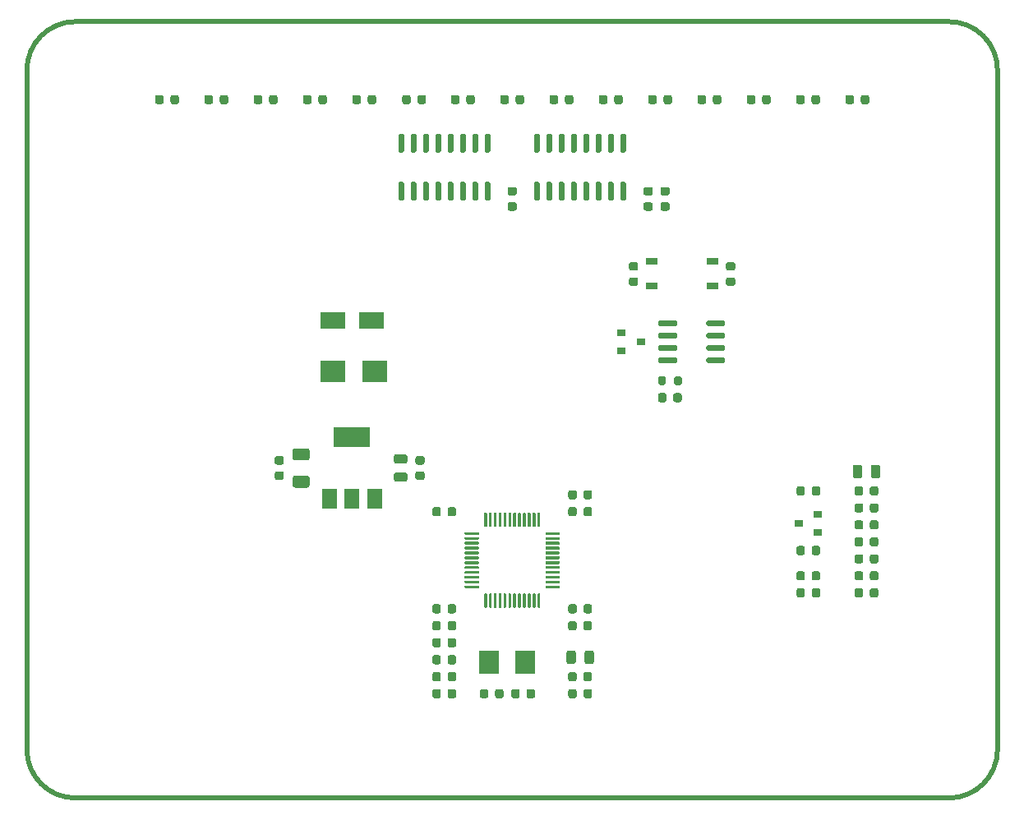
<source format=gbr>
G04 #@! TF.GenerationSoftware,KiCad,Pcbnew,(5.1.8)-1*
G04 #@! TF.CreationDate,2021-01-06T22:06:37-05:00*
G04 #@! TF.ProjectId,CANDash 2,43414e44-6173-4682-9032-2e6b69636164,2A*
G04 #@! TF.SameCoordinates,Original*
G04 #@! TF.FileFunction,Paste,Top*
G04 #@! TF.FilePolarity,Positive*
%FSLAX46Y46*%
G04 Gerber Fmt 4.6, Leading zero omitted, Abs format (unit mm)*
G04 Created by KiCad (PCBNEW (5.1.8)-1) date 2021-01-06 22:06:37*
%MOMM*%
%LPD*%
G01*
G04 APERTURE LIST*
G04 #@! TA.AperFunction,Profile*
%ADD10C,0.508000*%
G04 #@! TD*
%ADD11R,2.500000X2.300000*%
%ADD12R,1.200000X0.800000*%
%ADD13R,2.500000X1.800000*%
%ADD14R,3.800000X2.000000*%
%ADD15R,1.500000X2.000000*%
%ADD16R,2.000000X2.400000*%
%ADD17R,0.900000X0.800000*%
G04 APERTURE END LIST*
D10*
X105000000Y-65000000D02*
X195000000Y-65000000D01*
X200000000Y-70000000D02*
X200000000Y-140000000D01*
X200000000Y-70000000D02*
G75*
G03*
X195000000Y-65000000I-5000000J0D01*
G01*
X100000000Y-70000000D02*
X100000000Y-140000000D01*
X105000000Y-65000000D02*
G75*
G03*
X100000000Y-70000000I0J-5000000D01*
G01*
X195000000Y-145000000D02*
X105000000Y-145000000D01*
X195000000Y-145000000D02*
G75*
G03*
X200000000Y-140000000I0J5000000D01*
G01*
X100000000Y-140000000D02*
G75*
G03*
X105000000Y-145000000I5000000J0D01*
G01*
G36*
G01*
X128875000Y-110225000D02*
X127625000Y-110225000D01*
G75*
G02*
X127375000Y-109975000I0J250000D01*
G01*
X127375000Y-109225000D01*
G75*
G02*
X127625000Y-108975000I250000J0D01*
G01*
X128875000Y-108975000D01*
G75*
G02*
X129125000Y-109225000I0J-250000D01*
G01*
X129125000Y-109975000D01*
G75*
G02*
X128875000Y-110225000I-250000J0D01*
G01*
G37*
G36*
G01*
X128875000Y-113025000D02*
X127625000Y-113025000D01*
G75*
G02*
X127375000Y-112775000I0J250000D01*
G01*
X127375000Y-112025000D01*
G75*
G02*
X127625000Y-111775000I250000J0D01*
G01*
X128875000Y-111775000D01*
G75*
G02*
X129125000Y-112025000I0J-250000D01*
G01*
X129125000Y-112775000D01*
G75*
G02*
X128875000Y-113025000I-250000J0D01*
G01*
G37*
G36*
G01*
X166675000Y-102275000D02*
X166675000Y-101725000D01*
G75*
G02*
X166875000Y-101525000I200000J0D01*
G01*
X167275000Y-101525000D01*
G75*
G02*
X167475000Y-101725000I0J-200000D01*
G01*
X167475000Y-102275000D01*
G75*
G02*
X167275000Y-102475000I-200000J0D01*
G01*
X166875000Y-102475000D01*
G75*
G02*
X166675000Y-102275000I0J200000D01*
G01*
G37*
G36*
G01*
X165025000Y-102275000D02*
X165025000Y-101725000D01*
G75*
G02*
X165225000Y-101525000I200000J0D01*
G01*
X165625000Y-101525000D01*
G75*
G02*
X165825000Y-101725000I0J-200000D01*
G01*
X165825000Y-102275000D01*
G75*
G02*
X165625000Y-102475000I-200000J0D01*
G01*
X165225000Y-102475000D01*
G75*
G02*
X165025000Y-102275000I0J200000D01*
G01*
G37*
D11*
X135800000Y-101000000D03*
X131500000Y-101000000D03*
G36*
G01*
X181735000Y-123603750D02*
X181735000Y-124116250D01*
G75*
G02*
X181516250Y-124335000I-218750J0D01*
G01*
X181078750Y-124335000D01*
G75*
G02*
X180860000Y-124116250I0J218750D01*
G01*
X180860000Y-123603750D01*
G75*
G02*
X181078750Y-123385000I218750J0D01*
G01*
X181516250Y-123385000D01*
G75*
G02*
X181735000Y-123603750I0J-218750D01*
G01*
G37*
G36*
G01*
X180160000Y-123603750D02*
X180160000Y-124116250D01*
G75*
G02*
X179941250Y-124335000I-218750J0D01*
G01*
X179503750Y-124335000D01*
G75*
G02*
X179285000Y-124116250I0J218750D01*
G01*
X179285000Y-123603750D01*
G75*
G02*
X179503750Y-123385000I218750J0D01*
G01*
X179941250Y-123385000D01*
G75*
G02*
X180160000Y-123603750I0J-218750D01*
G01*
G37*
G36*
G01*
X180160000Y-121853750D02*
X180160000Y-122366250D01*
G75*
G02*
X179941250Y-122585000I-218750J0D01*
G01*
X179503750Y-122585000D01*
G75*
G02*
X179285000Y-122366250I0J218750D01*
G01*
X179285000Y-121853750D01*
G75*
G02*
X179503750Y-121635000I218750J0D01*
G01*
X179941250Y-121635000D01*
G75*
G02*
X180160000Y-121853750I0J-218750D01*
G01*
G37*
G36*
G01*
X181735000Y-121853750D02*
X181735000Y-122366250D01*
G75*
G02*
X181516250Y-122585000I-218750J0D01*
G01*
X181078750Y-122585000D01*
G75*
G02*
X180860000Y-122366250I0J218750D01*
G01*
X180860000Y-121853750D01*
G75*
G02*
X181078750Y-121635000I218750J0D01*
G01*
X181516250Y-121635000D01*
G75*
G02*
X181735000Y-121853750I0J-218750D01*
G01*
G37*
G36*
G01*
X186850000Y-124116250D02*
X186850000Y-123603750D01*
G75*
G02*
X187068750Y-123385000I218750J0D01*
G01*
X187506250Y-123385000D01*
G75*
G02*
X187725000Y-123603750I0J-218750D01*
G01*
X187725000Y-124116250D01*
G75*
G02*
X187506250Y-124335000I-218750J0D01*
G01*
X187068750Y-124335000D01*
G75*
G02*
X186850000Y-124116250I0J218750D01*
G01*
G37*
G36*
G01*
X185275000Y-124116250D02*
X185275000Y-123603750D01*
G75*
G02*
X185493750Y-123385000I218750J0D01*
G01*
X185931250Y-123385000D01*
G75*
G02*
X186150000Y-123603750I0J-218750D01*
G01*
X186150000Y-124116250D01*
G75*
G02*
X185931250Y-124335000I-218750J0D01*
G01*
X185493750Y-124335000D01*
G75*
G02*
X185275000Y-124116250I0J218750D01*
G01*
G37*
G36*
G01*
X186850000Y-122366250D02*
X186850000Y-121853750D01*
G75*
G02*
X187068750Y-121635000I218750J0D01*
G01*
X187506250Y-121635000D01*
G75*
G02*
X187725000Y-121853750I0J-218750D01*
G01*
X187725000Y-122366250D01*
G75*
G02*
X187506250Y-122585000I-218750J0D01*
G01*
X187068750Y-122585000D01*
G75*
G02*
X186850000Y-122366250I0J218750D01*
G01*
G37*
G36*
G01*
X185275000Y-122366250D02*
X185275000Y-121853750D01*
G75*
G02*
X185493750Y-121635000I218750J0D01*
G01*
X185931250Y-121635000D01*
G75*
G02*
X186150000Y-121853750I0J-218750D01*
G01*
X186150000Y-122366250D01*
G75*
G02*
X185931250Y-122585000I-218750J0D01*
G01*
X185493750Y-122585000D01*
G75*
G02*
X185275000Y-122366250I0J218750D01*
G01*
G37*
G36*
G01*
X186850000Y-120616250D02*
X186850000Y-120103750D01*
G75*
G02*
X187068750Y-119885000I218750J0D01*
G01*
X187506250Y-119885000D01*
G75*
G02*
X187725000Y-120103750I0J-218750D01*
G01*
X187725000Y-120616250D01*
G75*
G02*
X187506250Y-120835000I-218750J0D01*
G01*
X187068750Y-120835000D01*
G75*
G02*
X186850000Y-120616250I0J218750D01*
G01*
G37*
G36*
G01*
X185275000Y-120616250D02*
X185275000Y-120103750D01*
G75*
G02*
X185493750Y-119885000I218750J0D01*
G01*
X185931250Y-119885000D01*
G75*
G02*
X186150000Y-120103750I0J-218750D01*
G01*
X186150000Y-120616250D01*
G75*
G02*
X185931250Y-120835000I-218750J0D01*
G01*
X185493750Y-120835000D01*
G75*
G02*
X185275000Y-120616250I0J218750D01*
G01*
G37*
G36*
G01*
X186850000Y-118866250D02*
X186850000Y-118353750D01*
G75*
G02*
X187068750Y-118135000I218750J0D01*
G01*
X187506250Y-118135000D01*
G75*
G02*
X187725000Y-118353750I0J-218750D01*
G01*
X187725000Y-118866250D01*
G75*
G02*
X187506250Y-119085000I-218750J0D01*
G01*
X187068750Y-119085000D01*
G75*
G02*
X186850000Y-118866250I0J218750D01*
G01*
G37*
G36*
G01*
X185275000Y-118866250D02*
X185275000Y-118353750D01*
G75*
G02*
X185493750Y-118135000I218750J0D01*
G01*
X185931250Y-118135000D01*
G75*
G02*
X186150000Y-118353750I0J-218750D01*
G01*
X186150000Y-118866250D01*
G75*
G02*
X185931250Y-119085000I-218750J0D01*
G01*
X185493750Y-119085000D01*
G75*
G02*
X185275000Y-118866250I0J218750D01*
G01*
G37*
G36*
G01*
X186850000Y-117116250D02*
X186850000Y-116603750D01*
G75*
G02*
X187068750Y-116385000I218750J0D01*
G01*
X187506250Y-116385000D01*
G75*
G02*
X187725000Y-116603750I0J-218750D01*
G01*
X187725000Y-117116250D01*
G75*
G02*
X187506250Y-117335000I-218750J0D01*
G01*
X187068750Y-117335000D01*
G75*
G02*
X186850000Y-117116250I0J218750D01*
G01*
G37*
G36*
G01*
X185275000Y-117116250D02*
X185275000Y-116603750D01*
G75*
G02*
X185493750Y-116385000I218750J0D01*
G01*
X185931250Y-116385000D01*
G75*
G02*
X186150000Y-116603750I0J-218750D01*
G01*
X186150000Y-117116250D01*
G75*
G02*
X185931250Y-117335000I-218750J0D01*
G01*
X185493750Y-117335000D01*
G75*
G02*
X185275000Y-117116250I0J218750D01*
G01*
G37*
G36*
G01*
X186850000Y-115366250D02*
X186850000Y-114853750D01*
G75*
G02*
X187068750Y-114635000I218750J0D01*
G01*
X187506250Y-114635000D01*
G75*
G02*
X187725000Y-114853750I0J-218750D01*
G01*
X187725000Y-115366250D01*
G75*
G02*
X187506250Y-115585000I-218750J0D01*
G01*
X187068750Y-115585000D01*
G75*
G02*
X186850000Y-115366250I0J218750D01*
G01*
G37*
G36*
G01*
X185275000Y-115366250D02*
X185275000Y-114853750D01*
G75*
G02*
X185493750Y-114635000I218750J0D01*
G01*
X185931250Y-114635000D01*
G75*
G02*
X186150000Y-114853750I0J-218750D01*
G01*
X186150000Y-115366250D01*
G75*
G02*
X185931250Y-115585000I-218750J0D01*
G01*
X185493750Y-115585000D01*
G75*
G02*
X185275000Y-115366250I0J218750D01*
G01*
G37*
D12*
X170650000Y-92270000D03*
X164350000Y-89730000D03*
X170650000Y-89730000D03*
X164350000Y-92270000D03*
G36*
G01*
X162243750Y-91350000D02*
X162756250Y-91350000D01*
G75*
G02*
X162975000Y-91568750I0J-218750D01*
G01*
X162975000Y-92006250D01*
G75*
G02*
X162756250Y-92225000I-218750J0D01*
G01*
X162243750Y-92225000D01*
G75*
G02*
X162025000Y-92006250I0J218750D01*
G01*
X162025000Y-91568750D01*
G75*
G02*
X162243750Y-91350000I218750J0D01*
G01*
G37*
G36*
G01*
X162243750Y-89775000D02*
X162756250Y-89775000D01*
G75*
G02*
X162975000Y-89993750I0J-218750D01*
G01*
X162975000Y-90431250D01*
G75*
G02*
X162756250Y-90650000I-218750J0D01*
G01*
X162243750Y-90650000D01*
G75*
G02*
X162025000Y-90431250I0J218750D01*
G01*
X162025000Y-89993750D01*
G75*
G02*
X162243750Y-89775000I218750J0D01*
G01*
G37*
G36*
G01*
X172243750Y-91350000D02*
X172756250Y-91350000D01*
G75*
G02*
X172975000Y-91568750I0J-218750D01*
G01*
X172975000Y-92006250D01*
G75*
G02*
X172756250Y-92225000I-218750J0D01*
G01*
X172243750Y-92225000D01*
G75*
G02*
X172025000Y-92006250I0J218750D01*
G01*
X172025000Y-91568750D01*
G75*
G02*
X172243750Y-91350000I218750J0D01*
G01*
G37*
G36*
G01*
X172243750Y-89775000D02*
X172756250Y-89775000D01*
G75*
G02*
X172975000Y-89993750I0J-218750D01*
G01*
X172975000Y-90431250D01*
G75*
G02*
X172756250Y-90650000I-218750J0D01*
G01*
X172243750Y-90650000D01*
G75*
G02*
X172025000Y-90431250I0J218750D01*
G01*
X172025000Y-89993750D01*
G75*
G02*
X172243750Y-89775000I218750J0D01*
G01*
G37*
G36*
G01*
X161295000Y-76550000D02*
X161595000Y-76550000D01*
G75*
G02*
X161745000Y-76700000I0J-150000D01*
G01*
X161745000Y-78350000D01*
G75*
G02*
X161595000Y-78500000I-150000J0D01*
G01*
X161295000Y-78500000D01*
G75*
G02*
X161145000Y-78350000I0J150000D01*
G01*
X161145000Y-76700000D01*
G75*
G02*
X161295000Y-76550000I150000J0D01*
G01*
G37*
G36*
G01*
X160025000Y-76550000D02*
X160325000Y-76550000D01*
G75*
G02*
X160475000Y-76700000I0J-150000D01*
G01*
X160475000Y-78350000D01*
G75*
G02*
X160325000Y-78500000I-150000J0D01*
G01*
X160025000Y-78500000D01*
G75*
G02*
X159875000Y-78350000I0J150000D01*
G01*
X159875000Y-76700000D01*
G75*
G02*
X160025000Y-76550000I150000J0D01*
G01*
G37*
G36*
G01*
X158755000Y-76550000D02*
X159055000Y-76550000D01*
G75*
G02*
X159205000Y-76700000I0J-150000D01*
G01*
X159205000Y-78350000D01*
G75*
G02*
X159055000Y-78500000I-150000J0D01*
G01*
X158755000Y-78500000D01*
G75*
G02*
X158605000Y-78350000I0J150000D01*
G01*
X158605000Y-76700000D01*
G75*
G02*
X158755000Y-76550000I150000J0D01*
G01*
G37*
G36*
G01*
X157485000Y-76550000D02*
X157785000Y-76550000D01*
G75*
G02*
X157935000Y-76700000I0J-150000D01*
G01*
X157935000Y-78350000D01*
G75*
G02*
X157785000Y-78500000I-150000J0D01*
G01*
X157485000Y-78500000D01*
G75*
G02*
X157335000Y-78350000I0J150000D01*
G01*
X157335000Y-76700000D01*
G75*
G02*
X157485000Y-76550000I150000J0D01*
G01*
G37*
G36*
G01*
X156215000Y-76550000D02*
X156515000Y-76550000D01*
G75*
G02*
X156665000Y-76700000I0J-150000D01*
G01*
X156665000Y-78350000D01*
G75*
G02*
X156515000Y-78500000I-150000J0D01*
G01*
X156215000Y-78500000D01*
G75*
G02*
X156065000Y-78350000I0J150000D01*
G01*
X156065000Y-76700000D01*
G75*
G02*
X156215000Y-76550000I150000J0D01*
G01*
G37*
G36*
G01*
X154945000Y-76550000D02*
X155245000Y-76550000D01*
G75*
G02*
X155395000Y-76700000I0J-150000D01*
G01*
X155395000Y-78350000D01*
G75*
G02*
X155245000Y-78500000I-150000J0D01*
G01*
X154945000Y-78500000D01*
G75*
G02*
X154795000Y-78350000I0J150000D01*
G01*
X154795000Y-76700000D01*
G75*
G02*
X154945000Y-76550000I150000J0D01*
G01*
G37*
G36*
G01*
X153675000Y-76550000D02*
X153975000Y-76550000D01*
G75*
G02*
X154125000Y-76700000I0J-150000D01*
G01*
X154125000Y-78350000D01*
G75*
G02*
X153975000Y-78500000I-150000J0D01*
G01*
X153675000Y-78500000D01*
G75*
G02*
X153525000Y-78350000I0J150000D01*
G01*
X153525000Y-76700000D01*
G75*
G02*
X153675000Y-76550000I150000J0D01*
G01*
G37*
G36*
G01*
X152405000Y-76550000D02*
X152705000Y-76550000D01*
G75*
G02*
X152855000Y-76700000I0J-150000D01*
G01*
X152855000Y-78350000D01*
G75*
G02*
X152705000Y-78500000I-150000J0D01*
G01*
X152405000Y-78500000D01*
G75*
G02*
X152255000Y-78350000I0J150000D01*
G01*
X152255000Y-76700000D01*
G75*
G02*
X152405000Y-76550000I150000J0D01*
G01*
G37*
G36*
G01*
X152405000Y-81500000D02*
X152705000Y-81500000D01*
G75*
G02*
X152855000Y-81650000I0J-150000D01*
G01*
X152855000Y-83300000D01*
G75*
G02*
X152705000Y-83450000I-150000J0D01*
G01*
X152405000Y-83450000D01*
G75*
G02*
X152255000Y-83300000I0J150000D01*
G01*
X152255000Y-81650000D01*
G75*
G02*
X152405000Y-81500000I150000J0D01*
G01*
G37*
G36*
G01*
X153675000Y-81500000D02*
X153975000Y-81500000D01*
G75*
G02*
X154125000Y-81650000I0J-150000D01*
G01*
X154125000Y-83300000D01*
G75*
G02*
X153975000Y-83450000I-150000J0D01*
G01*
X153675000Y-83450000D01*
G75*
G02*
X153525000Y-83300000I0J150000D01*
G01*
X153525000Y-81650000D01*
G75*
G02*
X153675000Y-81500000I150000J0D01*
G01*
G37*
G36*
G01*
X154945000Y-81500000D02*
X155245000Y-81500000D01*
G75*
G02*
X155395000Y-81650000I0J-150000D01*
G01*
X155395000Y-83300000D01*
G75*
G02*
X155245000Y-83450000I-150000J0D01*
G01*
X154945000Y-83450000D01*
G75*
G02*
X154795000Y-83300000I0J150000D01*
G01*
X154795000Y-81650000D01*
G75*
G02*
X154945000Y-81500000I150000J0D01*
G01*
G37*
G36*
G01*
X156215000Y-81500000D02*
X156515000Y-81500000D01*
G75*
G02*
X156665000Y-81650000I0J-150000D01*
G01*
X156665000Y-83300000D01*
G75*
G02*
X156515000Y-83450000I-150000J0D01*
G01*
X156215000Y-83450000D01*
G75*
G02*
X156065000Y-83300000I0J150000D01*
G01*
X156065000Y-81650000D01*
G75*
G02*
X156215000Y-81500000I150000J0D01*
G01*
G37*
G36*
G01*
X157485000Y-81500000D02*
X157785000Y-81500000D01*
G75*
G02*
X157935000Y-81650000I0J-150000D01*
G01*
X157935000Y-83300000D01*
G75*
G02*
X157785000Y-83450000I-150000J0D01*
G01*
X157485000Y-83450000D01*
G75*
G02*
X157335000Y-83300000I0J150000D01*
G01*
X157335000Y-81650000D01*
G75*
G02*
X157485000Y-81500000I150000J0D01*
G01*
G37*
G36*
G01*
X158755000Y-81500000D02*
X159055000Y-81500000D01*
G75*
G02*
X159205000Y-81650000I0J-150000D01*
G01*
X159205000Y-83300000D01*
G75*
G02*
X159055000Y-83450000I-150000J0D01*
G01*
X158755000Y-83450000D01*
G75*
G02*
X158605000Y-83300000I0J150000D01*
G01*
X158605000Y-81650000D01*
G75*
G02*
X158755000Y-81500000I150000J0D01*
G01*
G37*
G36*
G01*
X160025000Y-81500000D02*
X160325000Y-81500000D01*
G75*
G02*
X160475000Y-81650000I0J-150000D01*
G01*
X160475000Y-83300000D01*
G75*
G02*
X160325000Y-83450000I-150000J0D01*
G01*
X160025000Y-83450000D01*
G75*
G02*
X159875000Y-83300000I0J150000D01*
G01*
X159875000Y-81650000D01*
G75*
G02*
X160025000Y-81500000I150000J0D01*
G01*
G37*
G36*
G01*
X161295000Y-81500000D02*
X161595000Y-81500000D01*
G75*
G02*
X161745000Y-81650000I0J-150000D01*
G01*
X161745000Y-83300000D01*
G75*
G02*
X161595000Y-83450000I-150000J0D01*
G01*
X161295000Y-83450000D01*
G75*
G02*
X161145000Y-83300000I0J150000D01*
G01*
X161145000Y-81650000D01*
G75*
G02*
X161295000Y-81500000I150000J0D01*
G01*
G37*
G36*
G01*
X142650000Y-128743750D02*
X142650000Y-129256250D01*
G75*
G02*
X142431250Y-129475000I-218750J0D01*
G01*
X141993750Y-129475000D01*
G75*
G02*
X141775000Y-129256250I0J218750D01*
G01*
X141775000Y-128743750D01*
G75*
G02*
X141993750Y-128525000I218750J0D01*
G01*
X142431250Y-128525000D01*
G75*
G02*
X142650000Y-128743750I0J-218750D01*
G01*
G37*
G36*
G01*
X144225000Y-128743750D02*
X144225000Y-129256250D01*
G75*
G02*
X144006250Y-129475000I-218750J0D01*
G01*
X143568750Y-129475000D01*
G75*
G02*
X143350000Y-129256250I0J218750D01*
G01*
X143350000Y-128743750D01*
G75*
G02*
X143568750Y-128525000I218750J0D01*
G01*
X144006250Y-128525000D01*
G75*
G02*
X144225000Y-128743750I0J-218750D01*
G01*
G37*
G36*
G01*
X142650000Y-132243750D02*
X142650000Y-132756250D01*
G75*
G02*
X142431250Y-132975000I-218750J0D01*
G01*
X141993750Y-132975000D01*
G75*
G02*
X141775000Y-132756250I0J218750D01*
G01*
X141775000Y-132243750D01*
G75*
G02*
X141993750Y-132025000I218750J0D01*
G01*
X142431250Y-132025000D01*
G75*
G02*
X142650000Y-132243750I0J-218750D01*
G01*
G37*
G36*
G01*
X144225000Y-132243750D02*
X144225000Y-132756250D01*
G75*
G02*
X144006250Y-132975000I-218750J0D01*
G01*
X143568750Y-132975000D01*
G75*
G02*
X143350000Y-132756250I0J218750D01*
G01*
X143350000Y-132243750D01*
G75*
G02*
X143568750Y-132025000I218750J0D01*
G01*
X144006250Y-132025000D01*
G75*
G02*
X144225000Y-132243750I0J-218750D01*
G01*
G37*
G36*
G01*
X142650000Y-130493750D02*
X142650000Y-131006250D01*
G75*
G02*
X142431250Y-131225000I-218750J0D01*
G01*
X141993750Y-131225000D01*
G75*
G02*
X141775000Y-131006250I0J218750D01*
G01*
X141775000Y-130493750D01*
G75*
G02*
X141993750Y-130275000I218750J0D01*
G01*
X142431250Y-130275000D01*
G75*
G02*
X142650000Y-130493750I0J-218750D01*
G01*
G37*
G36*
G01*
X144225000Y-130493750D02*
X144225000Y-131006250D01*
G75*
G02*
X144006250Y-131225000I-218750J0D01*
G01*
X143568750Y-131225000D01*
G75*
G02*
X143350000Y-131006250I0J218750D01*
G01*
X143350000Y-130493750D01*
G75*
G02*
X143568750Y-130275000I218750J0D01*
G01*
X144006250Y-130275000D01*
G75*
G02*
X144225000Y-130493750I0J-218750D01*
G01*
G37*
G36*
G01*
X142650000Y-133993750D02*
X142650000Y-134506250D01*
G75*
G02*
X142431250Y-134725000I-218750J0D01*
G01*
X141993750Y-134725000D01*
G75*
G02*
X141775000Y-134506250I0J218750D01*
G01*
X141775000Y-133993750D01*
G75*
G02*
X141993750Y-133775000I218750J0D01*
G01*
X142431250Y-133775000D01*
G75*
G02*
X142650000Y-133993750I0J-218750D01*
G01*
G37*
G36*
G01*
X144225000Y-133993750D02*
X144225000Y-134506250D01*
G75*
G02*
X144006250Y-134725000I-218750J0D01*
G01*
X143568750Y-134725000D01*
G75*
G02*
X143350000Y-134506250I0J218750D01*
G01*
X143350000Y-133993750D01*
G75*
G02*
X143568750Y-133775000I218750J0D01*
G01*
X144006250Y-133775000D01*
G75*
G02*
X144225000Y-133993750I0J-218750D01*
G01*
G37*
D13*
X131500000Y-95790000D03*
X135500000Y-95790000D03*
G36*
G01*
X156650000Y-132243750D02*
X156650000Y-132756250D01*
G75*
G02*
X156431250Y-132975000I-218750J0D01*
G01*
X155993750Y-132975000D01*
G75*
G02*
X155775000Y-132756250I0J218750D01*
G01*
X155775000Y-132243750D01*
G75*
G02*
X155993750Y-132025000I218750J0D01*
G01*
X156431250Y-132025000D01*
G75*
G02*
X156650000Y-132243750I0J-218750D01*
G01*
G37*
G36*
G01*
X158225000Y-132243750D02*
X158225000Y-132756250D01*
G75*
G02*
X158006250Y-132975000I-218750J0D01*
G01*
X157568750Y-132975000D01*
G75*
G02*
X157350000Y-132756250I0J218750D01*
G01*
X157350000Y-132243750D01*
G75*
G02*
X157568750Y-132025000I218750J0D01*
G01*
X158006250Y-132025000D01*
G75*
G02*
X158225000Y-132243750I0J-218750D01*
G01*
G37*
D14*
X133500000Y-107850000D03*
D15*
X133500000Y-114150000D03*
X135800000Y-114150000D03*
X131200000Y-114150000D03*
G36*
G01*
X147295000Y-76550000D02*
X147595000Y-76550000D01*
G75*
G02*
X147745000Y-76700000I0J-150000D01*
G01*
X147745000Y-78350000D01*
G75*
G02*
X147595000Y-78500000I-150000J0D01*
G01*
X147295000Y-78500000D01*
G75*
G02*
X147145000Y-78350000I0J150000D01*
G01*
X147145000Y-76700000D01*
G75*
G02*
X147295000Y-76550000I150000J0D01*
G01*
G37*
G36*
G01*
X146025000Y-76550000D02*
X146325000Y-76550000D01*
G75*
G02*
X146475000Y-76700000I0J-150000D01*
G01*
X146475000Y-78350000D01*
G75*
G02*
X146325000Y-78500000I-150000J0D01*
G01*
X146025000Y-78500000D01*
G75*
G02*
X145875000Y-78350000I0J150000D01*
G01*
X145875000Y-76700000D01*
G75*
G02*
X146025000Y-76550000I150000J0D01*
G01*
G37*
G36*
G01*
X144755000Y-76550000D02*
X145055000Y-76550000D01*
G75*
G02*
X145205000Y-76700000I0J-150000D01*
G01*
X145205000Y-78350000D01*
G75*
G02*
X145055000Y-78500000I-150000J0D01*
G01*
X144755000Y-78500000D01*
G75*
G02*
X144605000Y-78350000I0J150000D01*
G01*
X144605000Y-76700000D01*
G75*
G02*
X144755000Y-76550000I150000J0D01*
G01*
G37*
G36*
G01*
X143485000Y-76550000D02*
X143785000Y-76550000D01*
G75*
G02*
X143935000Y-76700000I0J-150000D01*
G01*
X143935000Y-78350000D01*
G75*
G02*
X143785000Y-78500000I-150000J0D01*
G01*
X143485000Y-78500000D01*
G75*
G02*
X143335000Y-78350000I0J150000D01*
G01*
X143335000Y-76700000D01*
G75*
G02*
X143485000Y-76550000I150000J0D01*
G01*
G37*
G36*
G01*
X142215000Y-76550000D02*
X142515000Y-76550000D01*
G75*
G02*
X142665000Y-76700000I0J-150000D01*
G01*
X142665000Y-78350000D01*
G75*
G02*
X142515000Y-78500000I-150000J0D01*
G01*
X142215000Y-78500000D01*
G75*
G02*
X142065000Y-78350000I0J150000D01*
G01*
X142065000Y-76700000D01*
G75*
G02*
X142215000Y-76550000I150000J0D01*
G01*
G37*
G36*
G01*
X140945000Y-76550000D02*
X141245000Y-76550000D01*
G75*
G02*
X141395000Y-76700000I0J-150000D01*
G01*
X141395000Y-78350000D01*
G75*
G02*
X141245000Y-78500000I-150000J0D01*
G01*
X140945000Y-78500000D01*
G75*
G02*
X140795000Y-78350000I0J150000D01*
G01*
X140795000Y-76700000D01*
G75*
G02*
X140945000Y-76550000I150000J0D01*
G01*
G37*
G36*
G01*
X139675000Y-76550000D02*
X139975000Y-76550000D01*
G75*
G02*
X140125000Y-76700000I0J-150000D01*
G01*
X140125000Y-78350000D01*
G75*
G02*
X139975000Y-78500000I-150000J0D01*
G01*
X139675000Y-78500000D01*
G75*
G02*
X139525000Y-78350000I0J150000D01*
G01*
X139525000Y-76700000D01*
G75*
G02*
X139675000Y-76550000I150000J0D01*
G01*
G37*
G36*
G01*
X138405000Y-76550000D02*
X138705000Y-76550000D01*
G75*
G02*
X138855000Y-76700000I0J-150000D01*
G01*
X138855000Y-78350000D01*
G75*
G02*
X138705000Y-78500000I-150000J0D01*
G01*
X138405000Y-78500000D01*
G75*
G02*
X138255000Y-78350000I0J150000D01*
G01*
X138255000Y-76700000D01*
G75*
G02*
X138405000Y-76550000I150000J0D01*
G01*
G37*
G36*
G01*
X138405000Y-81500000D02*
X138705000Y-81500000D01*
G75*
G02*
X138855000Y-81650000I0J-150000D01*
G01*
X138855000Y-83300000D01*
G75*
G02*
X138705000Y-83450000I-150000J0D01*
G01*
X138405000Y-83450000D01*
G75*
G02*
X138255000Y-83300000I0J150000D01*
G01*
X138255000Y-81650000D01*
G75*
G02*
X138405000Y-81500000I150000J0D01*
G01*
G37*
G36*
G01*
X139675000Y-81500000D02*
X139975000Y-81500000D01*
G75*
G02*
X140125000Y-81650000I0J-150000D01*
G01*
X140125000Y-83300000D01*
G75*
G02*
X139975000Y-83450000I-150000J0D01*
G01*
X139675000Y-83450000D01*
G75*
G02*
X139525000Y-83300000I0J150000D01*
G01*
X139525000Y-81650000D01*
G75*
G02*
X139675000Y-81500000I150000J0D01*
G01*
G37*
G36*
G01*
X140945000Y-81500000D02*
X141245000Y-81500000D01*
G75*
G02*
X141395000Y-81650000I0J-150000D01*
G01*
X141395000Y-83300000D01*
G75*
G02*
X141245000Y-83450000I-150000J0D01*
G01*
X140945000Y-83450000D01*
G75*
G02*
X140795000Y-83300000I0J150000D01*
G01*
X140795000Y-81650000D01*
G75*
G02*
X140945000Y-81500000I150000J0D01*
G01*
G37*
G36*
G01*
X142215000Y-81500000D02*
X142515000Y-81500000D01*
G75*
G02*
X142665000Y-81650000I0J-150000D01*
G01*
X142665000Y-83300000D01*
G75*
G02*
X142515000Y-83450000I-150000J0D01*
G01*
X142215000Y-83450000D01*
G75*
G02*
X142065000Y-83300000I0J150000D01*
G01*
X142065000Y-81650000D01*
G75*
G02*
X142215000Y-81500000I150000J0D01*
G01*
G37*
G36*
G01*
X143485000Y-81500000D02*
X143785000Y-81500000D01*
G75*
G02*
X143935000Y-81650000I0J-150000D01*
G01*
X143935000Y-83300000D01*
G75*
G02*
X143785000Y-83450000I-150000J0D01*
G01*
X143485000Y-83450000D01*
G75*
G02*
X143335000Y-83300000I0J150000D01*
G01*
X143335000Y-81650000D01*
G75*
G02*
X143485000Y-81500000I150000J0D01*
G01*
G37*
G36*
G01*
X144755000Y-81500000D02*
X145055000Y-81500000D01*
G75*
G02*
X145205000Y-81650000I0J-150000D01*
G01*
X145205000Y-83300000D01*
G75*
G02*
X145055000Y-83450000I-150000J0D01*
G01*
X144755000Y-83450000D01*
G75*
G02*
X144605000Y-83300000I0J150000D01*
G01*
X144605000Y-81650000D01*
G75*
G02*
X144755000Y-81500000I150000J0D01*
G01*
G37*
G36*
G01*
X146025000Y-81500000D02*
X146325000Y-81500000D01*
G75*
G02*
X146475000Y-81650000I0J-150000D01*
G01*
X146475000Y-83300000D01*
G75*
G02*
X146325000Y-83450000I-150000J0D01*
G01*
X146025000Y-83450000D01*
G75*
G02*
X145875000Y-83300000I0J150000D01*
G01*
X145875000Y-81650000D01*
G75*
G02*
X146025000Y-81500000I150000J0D01*
G01*
G37*
G36*
G01*
X147295000Y-81500000D02*
X147595000Y-81500000D01*
G75*
G02*
X147745000Y-81650000I0J-150000D01*
G01*
X147745000Y-83300000D01*
G75*
G02*
X147595000Y-83450000I-150000J0D01*
G01*
X147295000Y-83450000D01*
G75*
G02*
X147145000Y-83300000I0J150000D01*
G01*
X147145000Y-81650000D01*
G75*
G02*
X147295000Y-81500000I150000J0D01*
G01*
G37*
G36*
G01*
X146500000Y-123400000D02*
X145175000Y-123400000D01*
G75*
G02*
X145100000Y-123325000I0J75000D01*
G01*
X145100000Y-123175000D01*
G75*
G02*
X145175000Y-123100000I75000J0D01*
G01*
X146500000Y-123100000D01*
G75*
G02*
X146575000Y-123175000I0J-75000D01*
G01*
X146575000Y-123325000D01*
G75*
G02*
X146500000Y-123400000I-75000J0D01*
G01*
G37*
G36*
G01*
X146500000Y-122900000D02*
X145175000Y-122900000D01*
G75*
G02*
X145100000Y-122825000I0J75000D01*
G01*
X145100000Y-122675000D01*
G75*
G02*
X145175000Y-122600000I75000J0D01*
G01*
X146500000Y-122600000D01*
G75*
G02*
X146575000Y-122675000I0J-75000D01*
G01*
X146575000Y-122825000D01*
G75*
G02*
X146500000Y-122900000I-75000J0D01*
G01*
G37*
G36*
G01*
X146500000Y-122400000D02*
X145175000Y-122400000D01*
G75*
G02*
X145100000Y-122325000I0J75000D01*
G01*
X145100000Y-122175000D01*
G75*
G02*
X145175000Y-122100000I75000J0D01*
G01*
X146500000Y-122100000D01*
G75*
G02*
X146575000Y-122175000I0J-75000D01*
G01*
X146575000Y-122325000D01*
G75*
G02*
X146500000Y-122400000I-75000J0D01*
G01*
G37*
G36*
G01*
X146500000Y-121900000D02*
X145175000Y-121900000D01*
G75*
G02*
X145100000Y-121825000I0J75000D01*
G01*
X145100000Y-121675000D01*
G75*
G02*
X145175000Y-121600000I75000J0D01*
G01*
X146500000Y-121600000D01*
G75*
G02*
X146575000Y-121675000I0J-75000D01*
G01*
X146575000Y-121825000D01*
G75*
G02*
X146500000Y-121900000I-75000J0D01*
G01*
G37*
G36*
G01*
X146500000Y-121400000D02*
X145175000Y-121400000D01*
G75*
G02*
X145100000Y-121325000I0J75000D01*
G01*
X145100000Y-121175000D01*
G75*
G02*
X145175000Y-121100000I75000J0D01*
G01*
X146500000Y-121100000D01*
G75*
G02*
X146575000Y-121175000I0J-75000D01*
G01*
X146575000Y-121325000D01*
G75*
G02*
X146500000Y-121400000I-75000J0D01*
G01*
G37*
G36*
G01*
X146500000Y-120900000D02*
X145175000Y-120900000D01*
G75*
G02*
X145100000Y-120825000I0J75000D01*
G01*
X145100000Y-120675000D01*
G75*
G02*
X145175000Y-120600000I75000J0D01*
G01*
X146500000Y-120600000D01*
G75*
G02*
X146575000Y-120675000I0J-75000D01*
G01*
X146575000Y-120825000D01*
G75*
G02*
X146500000Y-120900000I-75000J0D01*
G01*
G37*
G36*
G01*
X146500000Y-120400000D02*
X145175000Y-120400000D01*
G75*
G02*
X145100000Y-120325000I0J75000D01*
G01*
X145100000Y-120175000D01*
G75*
G02*
X145175000Y-120100000I75000J0D01*
G01*
X146500000Y-120100000D01*
G75*
G02*
X146575000Y-120175000I0J-75000D01*
G01*
X146575000Y-120325000D01*
G75*
G02*
X146500000Y-120400000I-75000J0D01*
G01*
G37*
G36*
G01*
X146500000Y-119900000D02*
X145175000Y-119900000D01*
G75*
G02*
X145100000Y-119825000I0J75000D01*
G01*
X145100000Y-119675000D01*
G75*
G02*
X145175000Y-119600000I75000J0D01*
G01*
X146500000Y-119600000D01*
G75*
G02*
X146575000Y-119675000I0J-75000D01*
G01*
X146575000Y-119825000D01*
G75*
G02*
X146500000Y-119900000I-75000J0D01*
G01*
G37*
G36*
G01*
X146500000Y-119400000D02*
X145175000Y-119400000D01*
G75*
G02*
X145100000Y-119325000I0J75000D01*
G01*
X145100000Y-119175000D01*
G75*
G02*
X145175000Y-119100000I75000J0D01*
G01*
X146500000Y-119100000D01*
G75*
G02*
X146575000Y-119175000I0J-75000D01*
G01*
X146575000Y-119325000D01*
G75*
G02*
X146500000Y-119400000I-75000J0D01*
G01*
G37*
G36*
G01*
X146500000Y-118900000D02*
X145175000Y-118900000D01*
G75*
G02*
X145100000Y-118825000I0J75000D01*
G01*
X145100000Y-118675000D01*
G75*
G02*
X145175000Y-118600000I75000J0D01*
G01*
X146500000Y-118600000D01*
G75*
G02*
X146575000Y-118675000I0J-75000D01*
G01*
X146575000Y-118825000D01*
G75*
G02*
X146500000Y-118900000I-75000J0D01*
G01*
G37*
G36*
G01*
X146500000Y-118400000D02*
X145175000Y-118400000D01*
G75*
G02*
X145100000Y-118325000I0J75000D01*
G01*
X145100000Y-118175000D01*
G75*
G02*
X145175000Y-118100000I75000J0D01*
G01*
X146500000Y-118100000D01*
G75*
G02*
X146575000Y-118175000I0J-75000D01*
G01*
X146575000Y-118325000D01*
G75*
G02*
X146500000Y-118400000I-75000J0D01*
G01*
G37*
G36*
G01*
X146500000Y-117900000D02*
X145175000Y-117900000D01*
G75*
G02*
X145100000Y-117825000I0J75000D01*
G01*
X145100000Y-117675000D01*
G75*
G02*
X145175000Y-117600000I75000J0D01*
G01*
X146500000Y-117600000D01*
G75*
G02*
X146575000Y-117675000I0J-75000D01*
G01*
X146575000Y-117825000D01*
G75*
G02*
X146500000Y-117900000I-75000J0D01*
G01*
G37*
G36*
G01*
X147325000Y-117075000D02*
X147175000Y-117075000D01*
G75*
G02*
X147100000Y-117000000I0J75000D01*
G01*
X147100000Y-115675000D01*
G75*
G02*
X147175000Y-115600000I75000J0D01*
G01*
X147325000Y-115600000D01*
G75*
G02*
X147400000Y-115675000I0J-75000D01*
G01*
X147400000Y-117000000D01*
G75*
G02*
X147325000Y-117075000I-75000J0D01*
G01*
G37*
G36*
G01*
X147825000Y-117075000D02*
X147675000Y-117075000D01*
G75*
G02*
X147600000Y-117000000I0J75000D01*
G01*
X147600000Y-115675000D01*
G75*
G02*
X147675000Y-115600000I75000J0D01*
G01*
X147825000Y-115600000D01*
G75*
G02*
X147900000Y-115675000I0J-75000D01*
G01*
X147900000Y-117000000D01*
G75*
G02*
X147825000Y-117075000I-75000J0D01*
G01*
G37*
G36*
G01*
X148325000Y-117075000D02*
X148175000Y-117075000D01*
G75*
G02*
X148100000Y-117000000I0J75000D01*
G01*
X148100000Y-115675000D01*
G75*
G02*
X148175000Y-115600000I75000J0D01*
G01*
X148325000Y-115600000D01*
G75*
G02*
X148400000Y-115675000I0J-75000D01*
G01*
X148400000Y-117000000D01*
G75*
G02*
X148325000Y-117075000I-75000J0D01*
G01*
G37*
G36*
G01*
X148825000Y-117075000D02*
X148675000Y-117075000D01*
G75*
G02*
X148600000Y-117000000I0J75000D01*
G01*
X148600000Y-115675000D01*
G75*
G02*
X148675000Y-115600000I75000J0D01*
G01*
X148825000Y-115600000D01*
G75*
G02*
X148900000Y-115675000I0J-75000D01*
G01*
X148900000Y-117000000D01*
G75*
G02*
X148825000Y-117075000I-75000J0D01*
G01*
G37*
G36*
G01*
X149325000Y-117075000D02*
X149175000Y-117075000D01*
G75*
G02*
X149100000Y-117000000I0J75000D01*
G01*
X149100000Y-115675000D01*
G75*
G02*
X149175000Y-115600000I75000J0D01*
G01*
X149325000Y-115600000D01*
G75*
G02*
X149400000Y-115675000I0J-75000D01*
G01*
X149400000Y-117000000D01*
G75*
G02*
X149325000Y-117075000I-75000J0D01*
G01*
G37*
G36*
G01*
X149825000Y-117075000D02*
X149675000Y-117075000D01*
G75*
G02*
X149600000Y-117000000I0J75000D01*
G01*
X149600000Y-115675000D01*
G75*
G02*
X149675000Y-115600000I75000J0D01*
G01*
X149825000Y-115600000D01*
G75*
G02*
X149900000Y-115675000I0J-75000D01*
G01*
X149900000Y-117000000D01*
G75*
G02*
X149825000Y-117075000I-75000J0D01*
G01*
G37*
G36*
G01*
X150325000Y-117075000D02*
X150175000Y-117075000D01*
G75*
G02*
X150100000Y-117000000I0J75000D01*
G01*
X150100000Y-115675000D01*
G75*
G02*
X150175000Y-115600000I75000J0D01*
G01*
X150325000Y-115600000D01*
G75*
G02*
X150400000Y-115675000I0J-75000D01*
G01*
X150400000Y-117000000D01*
G75*
G02*
X150325000Y-117075000I-75000J0D01*
G01*
G37*
G36*
G01*
X150825000Y-117075000D02*
X150675000Y-117075000D01*
G75*
G02*
X150600000Y-117000000I0J75000D01*
G01*
X150600000Y-115675000D01*
G75*
G02*
X150675000Y-115600000I75000J0D01*
G01*
X150825000Y-115600000D01*
G75*
G02*
X150900000Y-115675000I0J-75000D01*
G01*
X150900000Y-117000000D01*
G75*
G02*
X150825000Y-117075000I-75000J0D01*
G01*
G37*
G36*
G01*
X151325000Y-117075000D02*
X151175000Y-117075000D01*
G75*
G02*
X151100000Y-117000000I0J75000D01*
G01*
X151100000Y-115675000D01*
G75*
G02*
X151175000Y-115600000I75000J0D01*
G01*
X151325000Y-115600000D01*
G75*
G02*
X151400000Y-115675000I0J-75000D01*
G01*
X151400000Y-117000000D01*
G75*
G02*
X151325000Y-117075000I-75000J0D01*
G01*
G37*
G36*
G01*
X151825000Y-117075000D02*
X151675000Y-117075000D01*
G75*
G02*
X151600000Y-117000000I0J75000D01*
G01*
X151600000Y-115675000D01*
G75*
G02*
X151675000Y-115600000I75000J0D01*
G01*
X151825000Y-115600000D01*
G75*
G02*
X151900000Y-115675000I0J-75000D01*
G01*
X151900000Y-117000000D01*
G75*
G02*
X151825000Y-117075000I-75000J0D01*
G01*
G37*
G36*
G01*
X152325000Y-117075000D02*
X152175000Y-117075000D01*
G75*
G02*
X152100000Y-117000000I0J75000D01*
G01*
X152100000Y-115675000D01*
G75*
G02*
X152175000Y-115600000I75000J0D01*
G01*
X152325000Y-115600000D01*
G75*
G02*
X152400000Y-115675000I0J-75000D01*
G01*
X152400000Y-117000000D01*
G75*
G02*
X152325000Y-117075000I-75000J0D01*
G01*
G37*
G36*
G01*
X152825000Y-117075000D02*
X152675000Y-117075000D01*
G75*
G02*
X152600000Y-117000000I0J75000D01*
G01*
X152600000Y-115675000D01*
G75*
G02*
X152675000Y-115600000I75000J0D01*
G01*
X152825000Y-115600000D01*
G75*
G02*
X152900000Y-115675000I0J-75000D01*
G01*
X152900000Y-117000000D01*
G75*
G02*
X152825000Y-117075000I-75000J0D01*
G01*
G37*
G36*
G01*
X154825000Y-117900000D02*
X153500000Y-117900000D01*
G75*
G02*
X153425000Y-117825000I0J75000D01*
G01*
X153425000Y-117675000D01*
G75*
G02*
X153500000Y-117600000I75000J0D01*
G01*
X154825000Y-117600000D01*
G75*
G02*
X154900000Y-117675000I0J-75000D01*
G01*
X154900000Y-117825000D01*
G75*
G02*
X154825000Y-117900000I-75000J0D01*
G01*
G37*
G36*
G01*
X154825000Y-118400000D02*
X153500000Y-118400000D01*
G75*
G02*
X153425000Y-118325000I0J75000D01*
G01*
X153425000Y-118175000D01*
G75*
G02*
X153500000Y-118100000I75000J0D01*
G01*
X154825000Y-118100000D01*
G75*
G02*
X154900000Y-118175000I0J-75000D01*
G01*
X154900000Y-118325000D01*
G75*
G02*
X154825000Y-118400000I-75000J0D01*
G01*
G37*
G36*
G01*
X154825000Y-118900000D02*
X153500000Y-118900000D01*
G75*
G02*
X153425000Y-118825000I0J75000D01*
G01*
X153425000Y-118675000D01*
G75*
G02*
X153500000Y-118600000I75000J0D01*
G01*
X154825000Y-118600000D01*
G75*
G02*
X154900000Y-118675000I0J-75000D01*
G01*
X154900000Y-118825000D01*
G75*
G02*
X154825000Y-118900000I-75000J0D01*
G01*
G37*
G36*
G01*
X154825000Y-119400000D02*
X153500000Y-119400000D01*
G75*
G02*
X153425000Y-119325000I0J75000D01*
G01*
X153425000Y-119175000D01*
G75*
G02*
X153500000Y-119100000I75000J0D01*
G01*
X154825000Y-119100000D01*
G75*
G02*
X154900000Y-119175000I0J-75000D01*
G01*
X154900000Y-119325000D01*
G75*
G02*
X154825000Y-119400000I-75000J0D01*
G01*
G37*
G36*
G01*
X154825000Y-119900000D02*
X153500000Y-119900000D01*
G75*
G02*
X153425000Y-119825000I0J75000D01*
G01*
X153425000Y-119675000D01*
G75*
G02*
X153500000Y-119600000I75000J0D01*
G01*
X154825000Y-119600000D01*
G75*
G02*
X154900000Y-119675000I0J-75000D01*
G01*
X154900000Y-119825000D01*
G75*
G02*
X154825000Y-119900000I-75000J0D01*
G01*
G37*
G36*
G01*
X154825000Y-120400000D02*
X153500000Y-120400000D01*
G75*
G02*
X153425000Y-120325000I0J75000D01*
G01*
X153425000Y-120175000D01*
G75*
G02*
X153500000Y-120100000I75000J0D01*
G01*
X154825000Y-120100000D01*
G75*
G02*
X154900000Y-120175000I0J-75000D01*
G01*
X154900000Y-120325000D01*
G75*
G02*
X154825000Y-120400000I-75000J0D01*
G01*
G37*
G36*
G01*
X154825000Y-120900000D02*
X153500000Y-120900000D01*
G75*
G02*
X153425000Y-120825000I0J75000D01*
G01*
X153425000Y-120675000D01*
G75*
G02*
X153500000Y-120600000I75000J0D01*
G01*
X154825000Y-120600000D01*
G75*
G02*
X154900000Y-120675000I0J-75000D01*
G01*
X154900000Y-120825000D01*
G75*
G02*
X154825000Y-120900000I-75000J0D01*
G01*
G37*
G36*
G01*
X154825000Y-121400000D02*
X153500000Y-121400000D01*
G75*
G02*
X153425000Y-121325000I0J75000D01*
G01*
X153425000Y-121175000D01*
G75*
G02*
X153500000Y-121100000I75000J0D01*
G01*
X154825000Y-121100000D01*
G75*
G02*
X154900000Y-121175000I0J-75000D01*
G01*
X154900000Y-121325000D01*
G75*
G02*
X154825000Y-121400000I-75000J0D01*
G01*
G37*
G36*
G01*
X154825000Y-121900000D02*
X153500000Y-121900000D01*
G75*
G02*
X153425000Y-121825000I0J75000D01*
G01*
X153425000Y-121675000D01*
G75*
G02*
X153500000Y-121600000I75000J0D01*
G01*
X154825000Y-121600000D01*
G75*
G02*
X154900000Y-121675000I0J-75000D01*
G01*
X154900000Y-121825000D01*
G75*
G02*
X154825000Y-121900000I-75000J0D01*
G01*
G37*
G36*
G01*
X154825000Y-122400000D02*
X153500000Y-122400000D01*
G75*
G02*
X153425000Y-122325000I0J75000D01*
G01*
X153425000Y-122175000D01*
G75*
G02*
X153500000Y-122100000I75000J0D01*
G01*
X154825000Y-122100000D01*
G75*
G02*
X154900000Y-122175000I0J-75000D01*
G01*
X154900000Y-122325000D01*
G75*
G02*
X154825000Y-122400000I-75000J0D01*
G01*
G37*
G36*
G01*
X154825000Y-122900000D02*
X153500000Y-122900000D01*
G75*
G02*
X153425000Y-122825000I0J75000D01*
G01*
X153425000Y-122675000D01*
G75*
G02*
X153500000Y-122600000I75000J0D01*
G01*
X154825000Y-122600000D01*
G75*
G02*
X154900000Y-122675000I0J-75000D01*
G01*
X154900000Y-122825000D01*
G75*
G02*
X154825000Y-122900000I-75000J0D01*
G01*
G37*
G36*
G01*
X154825000Y-123400000D02*
X153500000Y-123400000D01*
G75*
G02*
X153425000Y-123325000I0J75000D01*
G01*
X153425000Y-123175000D01*
G75*
G02*
X153500000Y-123100000I75000J0D01*
G01*
X154825000Y-123100000D01*
G75*
G02*
X154900000Y-123175000I0J-75000D01*
G01*
X154900000Y-123325000D01*
G75*
G02*
X154825000Y-123400000I-75000J0D01*
G01*
G37*
G36*
G01*
X152825000Y-125400000D02*
X152675000Y-125400000D01*
G75*
G02*
X152600000Y-125325000I0J75000D01*
G01*
X152600000Y-124000000D01*
G75*
G02*
X152675000Y-123925000I75000J0D01*
G01*
X152825000Y-123925000D01*
G75*
G02*
X152900000Y-124000000I0J-75000D01*
G01*
X152900000Y-125325000D01*
G75*
G02*
X152825000Y-125400000I-75000J0D01*
G01*
G37*
G36*
G01*
X152325000Y-125400000D02*
X152175000Y-125400000D01*
G75*
G02*
X152100000Y-125325000I0J75000D01*
G01*
X152100000Y-124000000D01*
G75*
G02*
X152175000Y-123925000I75000J0D01*
G01*
X152325000Y-123925000D01*
G75*
G02*
X152400000Y-124000000I0J-75000D01*
G01*
X152400000Y-125325000D01*
G75*
G02*
X152325000Y-125400000I-75000J0D01*
G01*
G37*
G36*
G01*
X151825000Y-125400000D02*
X151675000Y-125400000D01*
G75*
G02*
X151600000Y-125325000I0J75000D01*
G01*
X151600000Y-124000000D01*
G75*
G02*
X151675000Y-123925000I75000J0D01*
G01*
X151825000Y-123925000D01*
G75*
G02*
X151900000Y-124000000I0J-75000D01*
G01*
X151900000Y-125325000D01*
G75*
G02*
X151825000Y-125400000I-75000J0D01*
G01*
G37*
G36*
G01*
X151325000Y-125400000D02*
X151175000Y-125400000D01*
G75*
G02*
X151100000Y-125325000I0J75000D01*
G01*
X151100000Y-124000000D01*
G75*
G02*
X151175000Y-123925000I75000J0D01*
G01*
X151325000Y-123925000D01*
G75*
G02*
X151400000Y-124000000I0J-75000D01*
G01*
X151400000Y-125325000D01*
G75*
G02*
X151325000Y-125400000I-75000J0D01*
G01*
G37*
G36*
G01*
X150825000Y-125400000D02*
X150675000Y-125400000D01*
G75*
G02*
X150600000Y-125325000I0J75000D01*
G01*
X150600000Y-124000000D01*
G75*
G02*
X150675000Y-123925000I75000J0D01*
G01*
X150825000Y-123925000D01*
G75*
G02*
X150900000Y-124000000I0J-75000D01*
G01*
X150900000Y-125325000D01*
G75*
G02*
X150825000Y-125400000I-75000J0D01*
G01*
G37*
G36*
G01*
X150325000Y-125400000D02*
X150175000Y-125400000D01*
G75*
G02*
X150100000Y-125325000I0J75000D01*
G01*
X150100000Y-124000000D01*
G75*
G02*
X150175000Y-123925000I75000J0D01*
G01*
X150325000Y-123925000D01*
G75*
G02*
X150400000Y-124000000I0J-75000D01*
G01*
X150400000Y-125325000D01*
G75*
G02*
X150325000Y-125400000I-75000J0D01*
G01*
G37*
G36*
G01*
X149825000Y-125400000D02*
X149675000Y-125400000D01*
G75*
G02*
X149600000Y-125325000I0J75000D01*
G01*
X149600000Y-124000000D01*
G75*
G02*
X149675000Y-123925000I75000J0D01*
G01*
X149825000Y-123925000D01*
G75*
G02*
X149900000Y-124000000I0J-75000D01*
G01*
X149900000Y-125325000D01*
G75*
G02*
X149825000Y-125400000I-75000J0D01*
G01*
G37*
G36*
G01*
X149325000Y-125400000D02*
X149175000Y-125400000D01*
G75*
G02*
X149100000Y-125325000I0J75000D01*
G01*
X149100000Y-124000000D01*
G75*
G02*
X149175000Y-123925000I75000J0D01*
G01*
X149325000Y-123925000D01*
G75*
G02*
X149400000Y-124000000I0J-75000D01*
G01*
X149400000Y-125325000D01*
G75*
G02*
X149325000Y-125400000I-75000J0D01*
G01*
G37*
G36*
G01*
X148825000Y-125400000D02*
X148675000Y-125400000D01*
G75*
G02*
X148600000Y-125325000I0J75000D01*
G01*
X148600000Y-124000000D01*
G75*
G02*
X148675000Y-123925000I75000J0D01*
G01*
X148825000Y-123925000D01*
G75*
G02*
X148900000Y-124000000I0J-75000D01*
G01*
X148900000Y-125325000D01*
G75*
G02*
X148825000Y-125400000I-75000J0D01*
G01*
G37*
G36*
G01*
X148325000Y-125400000D02*
X148175000Y-125400000D01*
G75*
G02*
X148100000Y-125325000I0J75000D01*
G01*
X148100000Y-124000000D01*
G75*
G02*
X148175000Y-123925000I75000J0D01*
G01*
X148325000Y-123925000D01*
G75*
G02*
X148400000Y-124000000I0J-75000D01*
G01*
X148400000Y-125325000D01*
G75*
G02*
X148325000Y-125400000I-75000J0D01*
G01*
G37*
G36*
G01*
X147825000Y-125400000D02*
X147675000Y-125400000D01*
G75*
G02*
X147600000Y-125325000I0J75000D01*
G01*
X147600000Y-124000000D01*
G75*
G02*
X147675000Y-123925000I75000J0D01*
G01*
X147825000Y-123925000D01*
G75*
G02*
X147900000Y-124000000I0J-75000D01*
G01*
X147900000Y-125325000D01*
G75*
G02*
X147825000Y-125400000I-75000J0D01*
G01*
G37*
G36*
G01*
X147325000Y-125400000D02*
X147175000Y-125400000D01*
G75*
G02*
X147100000Y-125325000I0J75000D01*
G01*
X147100000Y-124000000D01*
G75*
G02*
X147175000Y-123925000I75000J0D01*
G01*
X147325000Y-123925000D01*
G75*
G02*
X147400000Y-124000000I0J-75000D01*
G01*
X147400000Y-125325000D01*
G75*
G02*
X147325000Y-125400000I-75000J0D01*
G01*
G37*
G36*
G01*
X149650000Y-72768750D02*
X149650000Y-73281250D01*
G75*
G02*
X149431250Y-73500000I-218750J0D01*
G01*
X148993750Y-73500000D01*
G75*
G02*
X148775000Y-73281250I0J218750D01*
G01*
X148775000Y-72768750D01*
G75*
G02*
X148993750Y-72550000I218750J0D01*
G01*
X149431250Y-72550000D01*
G75*
G02*
X149650000Y-72768750I0J-218750D01*
G01*
G37*
G36*
G01*
X151225000Y-72768750D02*
X151225000Y-73281250D01*
G75*
G02*
X151006250Y-73500000I-218750J0D01*
G01*
X150568750Y-73500000D01*
G75*
G02*
X150350000Y-73281250I0J218750D01*
G01*
X150350000Y-72768750D01*
G75*
G02*
X150568750Y-72550000I218750J0D01*
G01*
X151006250Y-72550000D01*
G75*
G02*
X151225000Y-72768750I0J-218750D01*
G01*
G37*
G36*
G01*
X114090000Y-72768750D02*
X114090000Y-73281250D01*
G75*
G02*
X113871250Y-73500000I-218750J0D01*
G01*
X113433750Y-73500000D01*
G75*
G02*
X113215000Y-73281250I0J218750D01*
G01*
X113215000Y-72768750D01*
G75*
G02*
X113433750Y-72550000I218750J0D01*
G01*
X113871250Y-72550000D01*
G75*
G02*
X114090000Y-72768750I0J-218750D01*
G01*
G37*
G36*
G01*
X115665000Y-72768750D02*
X115665000Y-73281250D01*
G75*
G02*
X115446250Y-73500000I-218750J0D01*
G01*
X115008750Y-73500000D01*
G75*
G02*
X114790000Y-73281250I0J218750D01*
G01*
X114790000Y-72768750D01*
G75*
G02*
X115008750Y-72550000I218750J0D01*
G01*
X115446250Y-72550000D01*
G75*
G02*
X115665000Y-72768750I0J-218750D01*
G01*
G37*
G36*
G01*
X154730000Y-72768750D02*
X154730000Y-73281250D01*
G75*
G02*
X154511250Y-73500000I-218750J0D01*
G01*
X154073750Y-73500000D01*
G75*
G02*
X153855000Y-73281250I0J218750D01*
G01*
X153855000Y-72768750D01*
G75*
G02*
X154073750Y-72550000I218750J0D01*
G01*
X154511250Y-72550000D01*
G75*
G02*
X154730000Y-72768750I0J-218750D01*
G01*
G37*
G36*
G01*
X156305000Y-72768750D02*
X156305000Y-73281250D01*
G75*
G02*
X156086250Y-73500000I-218750J0D01*
G01*
X155648750Y-73500000D01*
G75*
G02*
X155430000Y-73281250I0J218750D01*
G01*
X155430000Y-72768750D01*
G75*
G02*
X155648750Y-72550000I218750J0D01*
G01*
X156086250Y-72550000D01*
G75*
G02*
X156305000Y-72768750I0J-218750D01*
G01*
G37*
G36*
G01*
X119170000Y-72768750D02*
X119170000Y-73281250D01*
G75*
G02*
X118951250Y-73500000I-218750J0D01*
G01*
X118513750Y-73500000D01*
G75*
G02*
X118295000Y-73281250I0J218750D01*
G01*
X118295000Y-72768750D01*
G75*
G02*
X118513750Y-72550000I218750J0D01*
G01*
X118951250Y-72550000D01*
G75*
G02*
X119170000Y-72768750I0J-218750D01*
G01*
G37*
G36*
G01*
X120745000Y-72768750D02*
X120745000Y-73281250D01*
G75*
G02*
X120526250Y-73500000I-218750J0D01*
G01*
X120088750Y-73500000D01*
G75*
G02*
X119870000Y-73281250I0J218750D01*
G01*
X119870000Y-72768750D01*
G75*
G02*
X120088750Y-72550000I218750J0D01*
G01*
X120526250Y-72550000D01*
G75*
G02*
X120745000Y-72768750I0J-218750D01*
G01*
G37*
G36*
G01*
X159810000Y-72768750D02*
X159810000Y-73281250D01*
G75*
G02*
X159591250Y-73500000I-218750J0D01*
G01*
X159153750Y-73500000D01*
G75*
G02*
X158935000Y-73281250I0J218750D01*
G01*
X158935000Y-72768750D01*
G75*
G02*
X159153750Y-72550000I218750J0D01*
G01*
X159591250Y-72550000D01*
G75*
G02*
X159810000Y-72768750I0J-218750D01*
G01*
G37*
G36*
G01*
X161385000Y-72768750D02*
X161385000Y-73281250D01*
G75*
G02*
X161166250Y-73500000I-218750J0D01*
G01*
X160728750Y-73500000D01*
G75*
G02*
X160510000Y-73281250I0J218750D01*
G01*
X160510000Y-72768750D01*
G75*
G02*
X160728750Y-72550000I218750J0D01*
G01*
X161166250Y-72550000D01*
G75*
G02*
X161385000Y-72768750I0J-218750D01*
G01*
G37*
G36*
G01*
X124250000Y-72768750D02*
X124250000Y-73281250D01*
G75*
G02*
X124031250Y-73500000I-218750J0D01*
G01*
X123593750Y-73500000D01*
G75*
G02*
X123375000Y-73281250I0J218750D01*
G01*
X123375000Y-72768750D01*
G75*
G02*
X123593750Y-72550000I218750J0D01*
G01*
X124031250Y-72550000D01*
G75*
G02*
X124250000Y-72768750I0J-218750D01*
G01*
G37*
G36*
G01*
X125825000Y-72768750D02*
X125825000Y-73281250D01*
G75*
G02*
X125606250Y-73500000I-218750J0D01*
G01*
X125168750Y-73500000D01*
G75*
G02*
X124950000Y-73281250I0J218750D01*
G01*
X124950000Y-72768750D01*
G75*
G02*
X125168750Y-72550000I218750J0D01*
G01*
X125606250Y-72550000D01*
G75*
G02*
X125825000Y-72768750I0J-218750D01*
G01*
G37*
G36*
G01*
X164890000Y-72768750D02*
X164890000Y-73281250D01*
G75*
G02*
X164671250Y-73500000I-218750J0D01*
G01*
X164233750Y-73500000D01*
G75*
G02*
X164015000Y-73281250I0J218750D01*
G01*
X164015000Y-72768750D01*
G75*
G02*
X164233750Y-72550000I218750J0D01*
G01*
X164671250Y-72550000D01*
G75*
G02*
X164890000Y-72768750I0J-218750D01*
G01*
G37*
G36*
G01*
X166465000Y-72768750D02*
X166465000Y-73281250D01*
G75*
G02*
X166246250Y-73500000I-218750J0D01*
G01*
X165808750Y-73500000D01*
G75*
G02*
X165590000Y-73281250I0J218750D01*
G01*
X165590000Y-72768750D01*
G75*
G02*
X165808750Y-72550000I218750J0D01*
G01*
X166246250Y-72550000D01*
G75*
G02*
X166465000Y-72768750I0J-218750D01*
G01*
G37*
G36*
G01*
X129330000Y-72768750D02*
X129330000Y-73281250D01*
G75*
G02*
X129111250Y-73500000I-218750J0D01*
G01*
X128673750Y-73500000D01*
G75*
G02*
X128455000Y-73281250I0J218750D01*
G01*
X128455000Y-72768750D01*
G75*
G02*
X128673750Y-72550000I218750J0D01*
G01*
X129111250Y-72550000D01*
G75*
G02*
X129330000Y-72768750I0J-218750D01*
G01*
G37*
G36*
G01*
X130905000Y-72768750D02*
X130905000Y-73281250D01*
G75*
G02*
X130686250Y-73500000I-218750J0D01*
G01*
X130248750Y-73500000D01*
G75*
G02*
X130030000Y-73281250I0J218750D01*
G01*
X130030000Y-72768750D01*
G75*
G02*
X130248750Y-72550000I218750J0D01*
G01*
X130686250Y-72550000D01*
G75*
G02*
X130905000Y-72768750I0J-218750D01*
G01*
G37*
G36*
G01*
X169970000Y-72768750D02*
X169970000Y-73281250D01*
G75*
G02*
X169751250Y-73500000I-218750J0D01*
G01*
X169313750Y-73500000D01*
G75*
G02*
X169095000Y-73281250I0J218750D01*
G01*
X169095000Y-72768750D01*
G75*
G02*
X169313750Y-72550000I218750J0D01*
G01*
X169751250Y-72550000D01*
G75*
G02*
X169970000Y-72768750I0J-218750D01*
G01*
G37*
G36*
G01*
X171545000Y-72768750D02*
X171545000Y-73281250D01*
G75*
G02*
X171326250Y-73500000I-218750J0D01*
G01*
X170888750Y-73500000D01*
G75*
G02*
X170670000Y-73281250I0J218750D01*
G01*
X170670000Y-72768750D01*
G75*
G02*
X170888750Y-72550000I218750J0D01*
G01*
X171326250Y-72550000D01*
G75*
G02*
X171545000Y-72768750I0J-218750D01*
G01*
G37*
G36*
G01*
X134410000Y-72768750D02*
X134410000Y-73281250D01*
G75*
G02*
X134191250Y-73500000I-218750J0D01*
G01*
X133753750Y-73500000D01*
G75*
G02*
X133535000Y-73281250I0J218750D01*
G01*
X133535000Y-72768750D01*
G75*
G02*
X133753750Y-72550000I218750J0D01*
G01*
X134191250Y-72550000D01*
G75*
G02*
X134410000Y-72768750I0J-218750D01*
G01*
G37*
G36*
G01*
X135985000Y-72768750D02*
X135985000Y-73281250D01*
G75*
G02*
X135766250Y-73500000I-218750J0D01*
G01*
X135328750Y-73500000D01*
G75*
G02*
X135110000Y-73281250I0J218750D01*
G01*
X135110000Y-72768750D01*
G75*
G02*
X135328750Y-72550000I218750J0D01*
G01*
X135766250Y-72550000D01*
G75*
G02*
X135985000Y-72768750I0J-218750D01*
G01*
G37*
G36*
G01*
X175050000Y-72768750D02*
X175050000Y-73281250D01*
G75*
G02*
X174831250Y-73500000I-218750J0D01*
G01*
X174393750Y-73500000D01*
G75*
G02*
X174175000Y-73281250I0J218750D01*
G01*
X174175000Y-72768750D01*
G75*
G02*
X174393750Y-72550000I218750J0D01*
G01*
X174831250Y-72550000D01*
G75*
G02*
X175050000Y-72768750I0J-218750D01*
G01*
G37*
G36*
G01*
X176625000Y-72768750D02*
X176625000Y-73281250D01*
G75*
G02*
X176406250Y-73500000I-218750J0D01*
G01*
X175968750Y-73500000D01*
G75*
G02*
X175750000Y-73281250I0J218750D01*
G01*
X175750000Y-72768750D01*
G75*
G02*
X175968750Y-72550000I218750J0D01*
G01*
X176406250Y-72550000D01*
G75*
G02*
X176625000Y-72768750I0J-218750D01*
G01*
G37*
G36*
G01*
X139540500Y-72768750D02*
X139540500Y-73281250D01*
G75*
G02*
X139321750Y-73500000I-218750J0D01*
G01*
X138884250Y-73500000D01*
G75*
G02*
X138665500Y-73281250I0J218750D01*
G01*
X138665500Y-72768750D01*
G75*
G02*
X138884250Y-72550000I218750J0D01*
G01*
X139321750Y-72550000D01*
G75*
G02*
X139540500Y-72768750I0J-218750D01*
G01*
G37*
G36*
G01*
X141115500Y-72768750D02*
X141115500Y-73281250D01*
G75*
G02*
X140896750Y-73500000I-218750J0D01*
G01*
X140459250Y-73500000D01*
G75*
G02*
X140240500Y-73281250I0J218750D01*
G01*
X140240500Y-72768750D01*
G75*
G02*
X140459250Y-72550000I218750J0D01*
G01*
X140896750Y-72550000D01*
G75*
G02*
X141115500Y-72768750I0J-218750D01*
G01*
G37*
G36*
G01*
X180130000Y-72768750D02*
X180130000Y-73281250D01*
G75*
G02*
X179911250Y-73500000I-218750J0D01*
G01*
X179473750Y-73500000D01*
G75*
G02*
X179255000Y-73281250I0J218750D01*
G01*
X179255000Y-72768750D01*
G75*
G02*
X179473750Y-72550000I218750J0D01*
G01*
X179911250Y-72550000D01*
G75*
G02*
X180130000Y-72768750I0J-218750D01*
G01*
G37*
G36*
G01*
X181705000Y-72768750D02*
X181705000Y-73281250D01*
G75*
G02*
X181486250Y-73500000I-218750J0D01*
G01*
X181048750Y-73500000D01*
G75*
G02*
X180830000Y-73281250I0J218750D01*
G01*
X180830000Y-72768750D01*
G75*
G02*
X181048750Y-72550000I218750J0D01*
G01*
X181486250Y-72550000D01*
G75*
G02*
X181705000Y-72768750I0J-218750D01*
G01*
G37*
G36*
G01*
X144570000Y-72768750D02*
X144570000Y-73281250D01*
G75*
G02*
X144351250Y-73500000I-218750J0D01*
G01*
X143913750Y-73500000D01*
G75*
G02*
X143695000Y-73281250I0J218750D01*
G01*
X143695000Y-72768750D01*
G75*
G02*
X143913750Y-72550000I218750J0D01*
G01*
X144351250Y-72550000D01*
G75*
G02*
X144570000Y-72768750I0J-218750D01*
G01*
G37*
G36*
G01*
X146145000Y-72768750D02*
X146145000Y-73281250D01*
G75*
G02*
X145926250Y-73500000I-218750J0D01*
G01*
X145488750Y-73500000D01*
G75*
G02*
X145270000Y-73281250I0J218750D01*
G01*
X145270000Y-72768750D01*
G75*
G02*
X145488750Y-72550000I218750J0D01*
G01*
X145926250Y-72550000D01*
G75*
G02*
X146145000Y-72768750I0J-218750D01*
G01*
G37*
G36*
G01*
X185075000Y-111816250D02*
X185075000Y-110903750D01*
G75*
G02*
X185318750Y-110660000I243750J0D01*
G01*
X185806250Y-110660000D01*
G75*
G02*
X186050000Y-110903750I0J-243750D01*
G01*
X186050000Y-111816250D01*
G75*
G02*
X185806250Y-112060000I-243750J0D01*
G01*
X185318750Y-112060000D01*
G75*
G02*
X185075000Y-111816250I0J243750D01*
G01*
G37*
G36*
G01*
X186950000Y-111816250D02*
X186950000Y-110903750D01*
G75*
G02*
X187193750Y-110660000I243750J0D01*
G01*
X187681250Y-110660000D01*
G75*
G02*
X187925000Y-110903750I0J-243750D01*
G01*
X187925000Y-111816250D01*
G75*
G02*
X187681250Y-112060000I-243750J0D01*
G01*
X187193750Y-112060000D01*
G75*
G02*
X186950000Y-111816250I0J243750D01*
G01*
G37*
G36*
G01*
X155575000Y-130956250D02*
X155575000Y-130043750D01*
G75*
G02*
X155818750Y-129800000I243750J0D01*
G01*
X156306250Y-129800000D01*
G75*
G02*
X156550000Y-130043750I0J-243750D01*
G01*
X156550000Y-130956250D01*
G75*
G02*
X156306250Y-131200000I-243750J0D01*
G01*
X155818750Y-131200000D01*
G75*
G02*
X155575000Y-130956250I0J243750D01*
G01*
G37*
G36*
G01*
X157450000Y-130956250D02*
X157450000Y-130043750D01*
G75*
G02*
X157693750Y-129800000I243750J0D01*
G01*
X158181250Y-129800000D01*
G75*
G02*
X158425000Y-130043750I0J-243750D01*
G01*
X158425000Y-130956250D01*
G75*
G02*
X158181250Y-131200000I-243750J0D01*
G01*
X157693750Y-131200000D01*
G75*
G02*
X157450000Y-130956250I0J243750D01*
G01*
G37*
G36*
G01*
X138956250Y-110550000D02*
X138043750Y-110550000D01*
G75*
G02*
X137800000Y-110306250I0J243750D01*
G01*
X137800000Y-109818750D01*
G75*
G02*
X138043750Y-109575000I243750J0D01*
G01*
X138956250Y-109575000D01*
G75*
G02*
X139200000Y-109818750I0J-243750D01*
G01*
X139200000Y-110306250D01*
G75*
G02*
X138956250Y-110550000I-243750J0D01*
G01*
G37*
G36*
G01*
X138956250Y-112425000D02*
X138043750Y-112425000D01*
G75*
G02*
X137800000Y-112181250I0J243750D01*
G01*
X137800000Y-111693750D01*
G75*
G02*
X138043750Y-111450000I243750J0D01*
G01*
X138956250Y-111450000D01*
G75*
G02*
X139200000Y-111693750I0J-243750D01*
G01*
X139200000Y-112181250D01*
G75*
G02*
X138956250Y-112425000I-243750J0D01*
G01*
G37*
D16*
X151350000Y-131000000D03*
X147650000Y-131000000D03*
G36*
G01*
X144225000Y-126993750D02*
X144225000Y-127506250D01*
G75*
G02*
X144006250Y-127725000I-218750J0D01*
G01*
X143568750Y-127725000D01*
G75*
G02*
X143350000Y-127506250I0J218750D01*
G01*
X143350000Y-126993750D01*
G75*
G02*
X143568750Y-126775000I218750J0D01*
G01*
X144006250Y-126775000D01*
G75*
G02*
X144225000Y-126993750I0J-218750D01*
G01*
G37*
G36*
G01*
X142650000Y-126993750D02*
X142650000Y-127506250D01*
G75*
G02*
X142431250Y-127725000I-218750J0D01*
G01*
X141993750Y-127725000D01*
G75*
G02*
X141775000Y-127506250I0J218750D01*
G01*
X141775000Y-126993750D01*
G75*
G02*
X141993750Y-126775000I218750J0D01*
G01*
X142431250Y-126775000D01*
G75*
G02*
X142650000Y-126993750I0J-218750D01*
G01*
G37*
G36*
G01*
X166006250Y-84487500D02*
X165493750Y-84487500D01*
G75*
G02*
X165275000Y-84268750I0J218750D01*
G01*
X165275000Y-83831250D01*
G75*
G02*
X165493750Y-83612500I218750J0D01*
G01*
X166006250Y-83612500D01*
G75*
G02*
X166225000Y-83831250I0J-218750D01*
G01*
X166225000Y-84268750D01*
G75*
G02*
X166006250Y-84487500I-218750J0D01*
G01*
G37*
G36*
G01*
X166006250Y-82912500D02*
X165493750Y-82912500D01*
G75*
G02*
X165275000Y-82693750I0J218750D01*
G01*
X165275000Y-82256250D01*
G75*
G02*
X165493750Y-82037500I218750J0D01*
G01*
X166006250Y-82037500D01*
G75*
G02*
X166225000Y-82256250I0J-218750D01*
G01*
X166225000Y-82693750D01*
G75*
G02*
X166006250Y-82912500I-218750J0D01*
G01*
G37*
G36*
G01*
X155775000Y-134506250D02*
X155775000Y-133993750D01*
G75*
G02*
X155993750Y-133775000I218750J0D01*
G01*
X156431250Y-133775000D01*
G75*
G02*
X156650000Y-133993750I0J-218750D01*
G01*
X156650000Y-134506250D01*
G75*
G02*
X156431250Y-134725000I-218750J0D01*
G01*
X155993750Y-134725000D01*
G75*
G02*
X155775000Y-134506250I0J218750D01*
G01*
G37*
G36*
G01*
X157350000Y-134506250D02*
X157350000Y-133993750D01*
G75*
G02*
X157568750Y-133775000I218750J0D01*
G01*
X158006250Y-133775000D01*
G75*
G02*
X158225000Y-133993750I0J-218750D01*
G01*
X158225000Y-134506250D01*
G75*
G02*
X158006250Y-134725000I-218750J0D01*
G01*
X157568750Y-134725000D01*
G75*
G02*
X157350000Y-134506250I0J218750D01*
G01*
G37*
G36*
G01*
X180160000Y-113103750D02*
X180160000Y-113616250D01*
G75*
G02*
X179941250Y-113835000I-218750J0D01*
G01*
X179503750Y-113835000D01*
G75*
G02*
X179285000Y-113616250I0J218750D01*
G01*
X179285000Y-113103750D01*
G75*
G02*
X179503750Y-112885000I218750J0D01*
G01*
X179941250Y-112885000D01*
G75*
G02*
X180160000Y-113103750I0J-218750D01*
G01*
G37*
G36*
G01*
X181735000Y-113103750D02*
X181735000Y-113616250D01*
G75*
G02*
X181516250Y-113835000I-218750J0D01*
G01*
X181078750Y-113835000D01*
G75*
G02*
X180860000Y-113616250I0J218750D01*
G01*
X180860000Y-113103750D01*
G75*
G02*
X181078750Y-112885000I218750J0D01*
G01*
X181516250Y-112885000D01*
G75*
G02*
X181735000Y-113103750I0J-218750D01*
G01*
G37*
G36*
G01*
X155775000Y-114006250D02*
X155775000Y-113493750D01*
G75*
G02*
X155993750Y-113275000I218750J0D01*
G01*
X156431250Y-113275000D01*
G75*
G02*
X156650000Y-113493750I0J-218750D01*
G01*
X156650000Y-114006250D01*
G75*
G02*
X156431250Y-114225000I-218750J0D01*
G01*
X155993750Y-114225000D01*
G75*
G02*
X155775000Y-114006250I0J218750D01*
G01*
G37*
G36*
G01*
X157350000Y-114006250D02*
X157350000Y-113493750D01*
G75*
G02*
X157568750Y-113275000I218750J0D01*
G01*
X158006250Y-113275000D01*
G75*
G02*
X158225000Y-113493750I0J-218750D01*
G01*
X158225000Y-114006250D01*
G75*
G02*
X158006250Y-114225000I-218750J0D01*
G01*
X157568750Y-114225000D01*
G75*
G02*
X157350000Y-114006250I0J218750D01*
G01*
G37*
D17*
X163250000Y-98000000D03*
X161250000Y-98950000D03*
X161250000Y-97050000D03*
G36*
G01*
X186850000Y-113616250D02*
X186850000Y-113103750D01*
G75*
G02*
X187068750Y-112885000I218750J0D01*
G01*
X187506250Y-112885000D01*
G75*
G02*
X187725000Y-113103750I0J-218750D01*
G01*
X187725000Y-113616250D01*
G75*
G02*
X187506250Y-113835000I-218750J0D01*
G01*
X187068750Y-113835000D01*
G75*
G02*
X186850000Y-113616250I0J218750D01*
G01*
G37*
G36*
G01*
X185275000Y-113616250D02*
X185275000Y-113103750D01*
G75*
G02*
X185493750Y-112885000I218750J0D01*
G01*
X185931250Y-112885000D01*
G75*
G02*
X186150000Y-113103750I0J-218750D01*
G01*
X186150000Y-113616250D01*
G75*
G02*
X185931250Y-113835000I-218750J0D01*
G01*
X185493750Y-113835000D01*
G75*
G02*
X185275000Y-113616250I0J218750D01*
G01*
G37*
G36*
G01*
X140756250Y-110650000D02*
X140243750Y-110650000D01*
G75*
G02*
X140025000Y-110431250I0J218750D01*
G01*
X140025000Y-109993750D01*
G75*
G02*
X140243750Y-109775000I218750J0D01*
G01*
X140756250Y-109775000D01*
G75*
G02*
X140975000Y-109993750I0J-218750D01*
G01*
X140975000Y-110431250D01*
G75*
G02*
X140756250Y-110650000I-218750J0D01*
G01*
G37*
G36*
G01*
X140756250Y-112225000D02*
X140243750Y-112225000D01*
G75*
G02*
X140025000Y-112006250I0J218750D01*
G01*
X140025000Y-111568750D01*
G75*
G02*
X140243750Y-111350000I218750J0D01*
G01*
X140756250Y-111350000D01*
G75*
G02*
X140975000Y-111568750I0J-218750D01*
G01*
X140975000Y-112006250D01*
G75*
G02*
X140756250Y-112225000I-218750J0D01*
G01*
G37*
G36*
G01*
X126256250Y-110650000D02*
X125743750Y-110650000D01*
G75*
G02*
X125525000Y-110431250I0J218750D01*
G01*
X125525000Y-109993750D01*
G75*
G02*
X125743750Y-109775000I218750J0D01*
G01*
X126256250Y-109775000D01*
G75*
G02*
X126475000Y-109993750I0J-218750D01*
G01*
X126475000Y-110431250D01*
G75*
G02*
X126256250Y-110650000I-218750J0D01*
G01*
G37*
G36*
G01*
X126256250Y-112225000D02*
X125743750Y-112225000D01*
G75*
G02*
X125525000Y-112006250I0J218750D01*
G01*
X125525000Y-111568750D01*
G75*
G02*
X125743750Y-111350000I218750J0D01*
G01*
X126256250Y-111350000D01*
G75*
G02*
X126475000Y-111568750I0J-218750D01*
G01*
X126475000Y-112006250D01*
G75*
G02*
X126256250Y-112225000I-218750J0D01*
G01*
G37*
G36*
G01*
X152355000Y-133993750D02*
X152355000Y-134506250D01*
G75*
G02*
X152136250Y-134725000I-218750J0D01*
G01*
X151698750Y-134725000D01*
G75*
G02*
X151480000Y-134506250I0J218750D01*
G01*
X151480000Y-133993750D01*
G75*
G02*
X151698750Y-133775000I218750J0D01*
G01*
X152136250Y-133775000D01*
G75*
G02*
X152355000Y-133993750I0J-218750D01*
G01*
G37*
G36*
G01*
X150780000Y-133993750D02*
X150780000Y-134506250D01*
G75*
G02*
X150561250Y-134725000I-218750J0D01*
G01*
X150123750Y-134725000D01*
G75*
G02*
X149905000Y-134506250I0J218750D01*
G01*
X149905000Y-133993750D01*
G75*
G02*
X150123750Y-133775000I218750J0D01*
G01*
X150561250Y-133775000D01*
G75*
G02*
X150780000Y-133993750I0J-218750D01*
G01*
G37*
G36*
G01*
X146666500Y-134506250D02*
X146666500Y-133993750D01*
G75*
G02*
X146885250Y-133775000I218750J0D01*
G01*
X147322750Y-133775000D01*
G75*
G02*
X147541500Y-133993750I0J-218750D01*
G01*
X147541500Y-134506250D01*
G75*
G02*
X147322750Y-134725000I-218750J0D01*
G01*
X146885250Y-134725000D01*
G75*
G02*
X146666500Y-134506250I0J218750D01*
G01*
G37*
G36*
G01*
X148241500Y-134506250D02*
X148241500Y-133993750D01*
G75*
G02*
X148460250Y-133775000I218750J0D01*
G01*
X148897750Y-133775000D01*
G75*
G02*
X149116500Y-133993750I0J-218750D01*
G01*
X149116500Y-134506250D01*
G75*
G02*
X148897750Y-134725000I-218750J0D01*
G01*
X148460250Y-134725000D01*
G75*
G02*
X148241500Y-134506250I0J218750D01*
G01*
G37*
G36*
G01*
X167000000Y-99755000D02*
X167000000Y-100055000D01*
G75*
G02*
X166850000Y-100205000I-150000J0D01*
G01*
X165200000Y-100205000D01*
G75*
G02*
X165050000Y-100055000I0J150000D01*
G01*
X165050000Y-99755000D01*
G75*
G02*
X165200000Y-99605000I150000J0D01*
G01*
X166850000Y-99605000D01*
G75*
G02*
X167000000Y-99755000I0J-150000D01*
G01*
G37*
G36*
G01*
X167000000Y-98485000D02*
X167000000Y-98785000D01*
G75*
G02*
X166850000Y-98935000I-150000J0D01*
G01*
X165200000Y-98935000D01*
G75*
G02*
X165050000Y-98785000I0J150000D01*
G01*
X165050000Y-98485000D01*
G75*
G02*
X165200000Y-98335000I150000J0D01*
G01*
X166850000Y-98335000D01*
G75*
G02*
X167000000Y-98485000I0J-150000D01*
G01*
G37*
G36*
G01*
X167000000Y-97215000D02*
X167000000Y-97515000D01*
G75*
G02*
X166850000Y-97665000I-150000J0D01*
G01*
X165200000Y-97665000D01*
G75*
G02*
X165050000Y-97515000I0J150000D01*
G01*
X165050000Y-97215000D01*
G75*
G02*
X165200000Y-97065000I150000J0D01*
G01*
X166850000Y-97065000D01*
G75*
G02*
X167000000Y-97215000I0J-150000D01*
G01*
G37*
G36*
G01*
X167000000Y-95945000D02*
X167000000Y-96245000D01*
G75*
G02*
X166850000Y-96395000I-150000J0D01*
G01*
X165200000Y-96395000D01*
G75*
G02*
X165050000Y-96245000I0J150000D01*
G01*
X165050000Y-95945000D01*
G75*
G02*
X165200000Y-95795000I150000J0D01*
G01*
X166850000Y-95795000D01*
G75*
G02*
X167000000Y-95945000I0J-150000D01*
G01*
G37*
G36*
G01*
X171950000Y-95945000D02*
X171950000Y-96245000D01*
G75*
G02*
X171800000Y-96395000I-150000J0D01*
G01*
X170150000Y-96395000D01*
G75*
G02*
X170000000Y-96245000I0J150000D01*
G01*
X170000000Y-95945000D01*
G75*
G02*
X170150000Y-95795000I150000J0D01*
G01*
X171800000Y-95795000D01*
G75*
G02*
X171950000Y-95945000I0J-150000D01*
G01*
G37*
G36*
G01*
X171950000Y-97215000D02*
X171950000Y-97515000D01*
G75*
G02*
X171800000Y-97665000I-150000J0D01*
G01*
X170150000Y-97665000D01*
G75*
G02*
X170000000Y-97515000I0J150000D01*
G01*
X170000000Y-97215000D01*
G75*
G02*
X170150000Y-97065000I150000J0D01*
G01*
X171800000Y-97065000D01*
G75*
G02*
X171950000Y-97215000I0J-150000D01*
G01*
G37*
G36*
G01*
X171950000Y-98485000D02*
X171950000Y-98785000D01*
G75*
G02*
X171800000Y-98935000I-150000J0D01*
G01*
X170150000Y-98935000D01*
G75*
G02*
X170000000Y-98785000I0J150000D01*
G01*
X170000000Y-98485000D01*
G75*
G02*
X170150000Y-98335000I150000J0D01*
G01*
X171800000Y-98335000D01*
G75*
G02*
X171950000Y-98485000I0J-150000D01*
G01*
G37*
G36*
G01*
X171950000Y-99755000D02*
X171950000Y-100055000D01*
G75*
G02*
X171800000Y-100205000I-150000J0D01*
G01*
X170150000Y-100205000D01*
G75*
G02*
X170000000Y-100055000I0J150000D01*
G01*
X170000000Y-99755000D01*
G75*
G02*
X170150000Y-99605000I150000J0D01*
G01*
X171800000Y-99605000D01*
G75*
G02*
X171950000Y-99755000I0J-150000D01*
G01*
G37*
G36*
G01*
X186785000Y-72768750D02*
X186785000Y-73281250D01*
G75*
G02*
X186566250Y-73500000I-218750J0D01*
G01*
X186128750Y-73500000D01*
G75*
G02*
X185910000Y-73281250I0J218750D01*
G01*
X185910000Y-72768750D01*
G75*
G02*
X186128750Y-72550000I218750J0D01*
G01*
X186566250Y-72550000D01*
G75*
G02*
X186785000Y-72768750I0J-218750D01*
G01*
G37*
G36*
G01*
X185210000Y-72768750D02*
X185210000Y-73281250D01*
G75*
G02*
X184991250Y-73500000I-218750J0D01*
G01*
X184553750Y-73500000D01*
G75*
G02*
X184335000Y-73281250I0J218750D01*
G01*
X184335000Y-72768750D01*
G75*
G02*
X184553750Y-72550000I218750J0D01*
G01*
X184991250Y-72550000D01*
G75*
G02*
X185210000Y-72768750I0J-218750D01*
G01*
G37*
G36*
G01*
X181735000Y-119243750D02*
X181735000Y-119756250D01*
G75*
G02*
X181516250Y-119975000I-218750J0D01*
G01*
X181078750Y-119975000D01*
G75*
G02*
X180860000Y-119756250I0J218750D01*
G01*
X180860000Y-119243750D01*
G75*
G02*
X181078750Y-119025000I218750J0D01*
G01*
X181516250Y-119025000D01*
G75*
G02*
X181735000Y-119243750I0J-218750D01*
G01*
G37*
G36*
G01*
X180160000Y-119243750D02*
X180160000Y-119756250D01*
G75*
G02*
X179941250Y-119975000I-218750J0D01*
G01*
X179503750Y-119975000D01*
G75*
G02*
X179285000Y-119756250I0J218750D01*
G01*
X179285000Y-119243750D01*
G75*
G02*
X179503750Y-119025000I218750J0D01*
G01*
X179941250Y-119025000D01*
G75*
G02*
X180160000Y-119243750I0J-218750D01*
G01*
G37*
X179510000Y-116710000D03*
X181510000Y-115760000D03*
X181510000Y-117660000D03*
G36*
G01*
X167475000Y-103493750D02*
X167475000Y-104006250D01*
G75*
G02*
X167256250Y-104225000I-218750J0D01*
G01*
X166818750Y-104225000D01*
G75*
G02*
X166600000Y-104006250I0J218750D01*
G01*
X166600000Y-103493750D01*
G75*
G02*
X166818750Y-103275000I218750J0D01*
G01*
X167256250Y-103275000D01*
G75*
G02*
X167475000Y-103493750I0J-218750D01*
G01*
G37*
G36*
G01*
X165900000Y-103493750D02*
X165900000Y-104006250D01*
G75*
G02*
X165681250Y-104225000I-218750J0D01*
G01*
X165243750Y-104225000D01*
G75*
G02*
X165025000Y-104006250I0J218750D01*
G01*
X165025000Y-103493750D01*
G75*
G02*
X165243750Y-103275000I218750J0D01*
G01*
X165681250Y-103275000D01*
G75*
G02*
X165900000Y-103493750I0J-218750D01*
G01*
G37*
G36*
G01*
X149743750Y-82037500D02*
X150256250Y-82037500D01*
G75*
G02*
X150475000Y-82256250I0J-218750D01*
G01*
X150475000Y-82693750D01*
G75*
G02*
X150256250Y-82912500I-218750J0D01*
G01*
X149743750Y-82912500D01*
G75*
G02*
X149525000Y-82693750I0J218750D01*
G01*
X149525000Y-82256250D01*
G75*
G02*
X149743750Y-82037500I218750J0D01*
G01*
G37*
G36*
G01*
X149743750Y-83612500D02*
X150256250Y-83612500D01*
G75*
G02*
X150475000Y-83831250I0J-218750D01*
G01*
X150475000Y-84268750D01*
G75*
G02*
X150256250Y-84487500I-218750J0D01*
G01*
X149743750Y-84487500D01*
G75*
G02*
X149525000Y-84268750I0J218750D01*
G01*
X149525000Y-83831250D01*
G75*
G02*
X149743750Y-83612500I218750J0D01*
G01*
G37*
G36*
G01*
X163743750Y-82037500D02*
X164256250Y-82037500D01*
G75*
G02*
X164475000Y-82256250I0J-218750D01*
G01*
X164475000Y-82693750D01*
G75*
G02*
X164256250Y-82912500I-218750J0D01*
G01*
X163743750Y-82912500D01*
G75*
G02*
X163525000Y-82693750I0J218750D01*
G01*
X163525000Y-82256250D01*
G75*
G02*
X163743750Y-82037500I218750J0D01*
G01*
G37*
G36*
G01*
X163743750Y-83612500D02*
X164256250Y-83612500D01*
G75*
G02*
X164475000Y-83831250I0J-218750D01*
G01*
X164475000Y-84268750D01*
G75*
G02*
X164256250Y-84487500I-218750J0D01*
G01*
X163743750Y-84487500D01*
G75*
G02*
X163525000Y-84268750I0J218750D01*
G01*
X163525000Y-83831250D01*
G75*
G02*
X163743750Y-83612500I218750J0D01*
G01*
G37*
G36*
G01*
X155775000Y-127506250D02*
X155775000Y-126993750D01*
G75*
G02*
X155993750Y-126775000I218750J0D01*
G01*
X156431250Y-126775000D01*
G75*
G02*
X156650000Y-126993750I0J-218750D01*
G01*
X156650000Y-127506250D01*
G75*
G02*
X156431250Y-127725000I-218750J0D01*
G01*
X155993750Y-127725000D01*
G75*
G02*
X155775000Y-127506250I0J218750D01*
G01*
G37*
G36*
G01*
X157350000Y-127506250D02*
X157350000Y-126993750D01*
G75*
G02*
X157568750Y-126775000I218750J0D01*
G01*
X158006250Y-126775000D01*
G75*
G02*
X158225000Y-126993750I0J-218750D01*
G01*
X158225000Y-127506250D01*
G75*
G02*
X158006250Y-127725000I-218750J0D01*
G01*
X157568750Y-127725000D01*
G75*
G02*
X157350000Y-127506250I0J218750D01*
G01*
G37*
G36*
G01*
X155775000Y-115756250D02*
X155775000Y-115243750D01*
G75*
G02*
X155993750Y-115025000I218750J0D01*
G01*
X156431250Y-115025000D01*
G75*
G02*
X156650000Y-115243750I0J-218750D01*
G01*
X156650000Y-115756250D01*
G75*
G02*
X156431250Y-115975000I-218750J0D01*
G01*
X155993750Y-115975000D01*
G75*
G02*
X155775000Y-115756250I0J218750D01*
G01*
G37*
G36*
G01*
X157350000Y-115756250D02*
X157350000Y-115243750D01*
G75*
G02*
X157568750Y-115025000I218750J0D01*
G01*
X158006250Y-115025000D01*
G75*
G02*
X158225000Y-115243750I0J-218750D01*
G01*
X158225000Y-115756250D01*
G75*
G02*
X158006250Y-115975000I-218750J0D01*
G01*
X157568750Y-115975000D01*
G75*
G02*
X157350000Y-115756250I0J218750D01*
G01*
G37*
G36*
G01*
X155775000Y-125756250D02*
X155775000Y-125243750D01*
G75*
G02*
X155993750Y-125025000I218750J0D01*
G01*
X156431250Y-125025000D01*
G75*
G02*
X156650000Y-125243750I0J-218750D01*
G01*
X156650000Y-125756250D01*
G75*
G02*
X156431250Y-125975000I-218750J0D01*
G01*
X155993750Y-125975000D01*
G75*
G02*
X155775000Y-125756250I0J218750D01*
G01*
G37*
G36*
G01*
X157350000Y-125756250D02*
X157350000Y-125243750D01*
G75*
G02*
X157568750Y-125025000I218750J0D01*
G01*
X158006250Y-125025000D01*
G75*
G02*
X158225000Y-125243750I0J-218750D01*
G01*
X158225000Y-125756250D01*
G75*
G02*
X158006250Y-125975000I-218750J0D01*
G01*
X157568750Y-125975000D01*
G75*
G02*
X157350000Y-125756250I0J218750D01*
G01*
G37*
G36*
G01*
X144225000Y-125243750D02*
X144225000Y-125756250D01*
G75*
G02*
X144006250Y-125975000I-218750J0D01*
G01*
X143568750Y-125975000D01*
G75*
G02*
X143350000Y-125756250I0J218750D01*
G01*
X143350000Y-125243750D01*
G75*
G02*
X143568750Y-125025000I218750J0D01*
G01*
X144006250Y-125025000D01*
G75*
G02*
X144225000Y-125243750I0J-218750D01*
G01*
G37*
G36*
G01*
X142650000Y-125243750D02*
X142650000Y-125756250D01*
G75*
G02*
X142431250Y-125975000I-218750J0D01*
G01*
X141993750Y-125975000D01*
G75*
G02*
X141775000Y-125756250I0J218750D01*
G01*
X141775000Y-125243750D01*
G75*
G02*
X141993750Y-125025000I218750J0D01*
G01*
X142431250Y-125025000D01*
G75*
G02*
X142650000Y-125243750I0J-218750D01*
G01*
G37*
G36*
G01*
X144225000Y-115243750D02*
X144225000Y-115756250D01*
G75*
G02*
X144006250Y-115975000I-218750J0D01*
G01*
X143568750Y-115975000D01*
G75*
G02*
X143350000Y-115756250I0J218750D01*
G01*
X143350000Y-115243750D01*
G75*
G02*
X143568750Y-115025000I218750J0D01*
G01*
X144006250Y-115025000D01*
G75*
G02*
X144225000Y-115243750I0J-218750D01*
G01*
G37*
G36*
G01*
X142650000Y-115243750D02*
X142650000Y-115756250D01*
G75*
G02*
X142431250Y-115975000I-218750J0D01*
G01*
X141993750Y-115975000D01*
G75*
G02*
X141775000Y-115756250I0J218750D01*
G01*
X141775000Y-115243750D01*
G75*
G02*
X141993750Y-115025000I218750J0D01*
G01*
X142431250Y-115025000D01*
G75*
G02*
X142650000Y-115243750I0J-218750D01*
G01*
G37*
M02*

</source>
